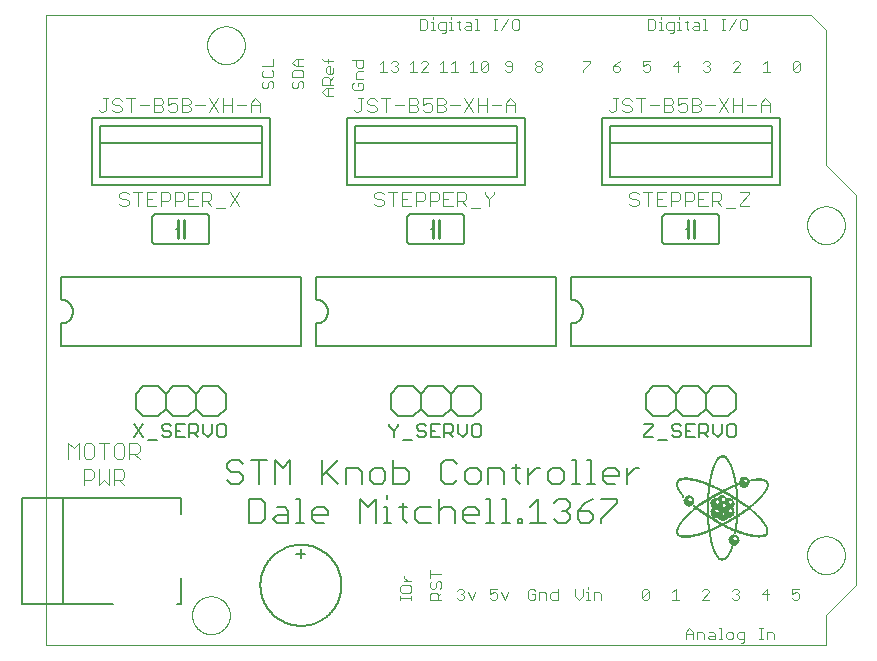
<source format=gto>
G75*
%MOIN*%
%OFA0B0*%
%FSLAX25Y25*%
%IPPOS*%
%LPD*%
%AMOC8*
5,1,8,0,0,1.08239X$1,22.5*
%
%ADD10C,0.00700*%
%ADD11C,0.00000*%
%ADD12C,0.00600*%
%ADD13C,0.00500*%
%ADD14C,0.00400*%
%ADD15C,0.00300*%
%ADD16C,0.01000*%
%ADD17R,0.00830X0.00118*%
%ADD18R,0.01530X0.00117*%
%ADD19R,0.02000X0.00118*%
%ADD20R,0.02470X0.00118*%
%ADD21R,0.02710X0.00117*%
%ADD22R,0.01180X0.00118*%
%ADD23R,0.01290X0.00118*%
%ADD24R,0.00940X0.00118*%
%ADD25R,0.00820X0.00117*%
%ADD26R,0.00940X0.00117*%
%ADD27R,0.00700X0.00118*%
%ADD28R,0.00950X0.00118*%
%ADD29R,0.00710X0.00118*%
%ADD30R,0.00830X0.00118*%
%ADD31R,0.00830X0.00117*%
%ADD32R,0.00820X0.00118*%
%ADD33R,0.00700X0.00117*%
%ADD34R,0.00710X0.00117*%
%ADD35R,0.00710X0.00117*%
%ADD36R,0.00700X0.00117*%
%ADD37R,0.00710X0.00118*%
%ADD38R,0.00700X0.00118*%
%ADD39R,0.00590X0.00117*%
%ADD40R,0.00590X0.00118*%
%ADD41R,0.00590X0.00118*%
%ADD42R,0.00580X0.00118*%
%ADD43R,0.00580X0.00117*%
%ADD44R,0.00580X0.00118*%
%ADD45R,0.00590X0.00117*%
%ADD46R,0.00350X0.00118*%
%ADD47R,0.00470X0.00118*%
%ADD48R,0.01410X0.00118*%
%ADD49R,0.01890X0.00117*%
%ADD50R,0.02110X0.00118*%
%ADD51R,0.02350X0.00118*%
%ADD52R,0.02590X0.00117*%
%ADD53R,0.02830X0.00118*%
%ADD54R,0.03050X0.00118*%
%ADD55R,0.03050X0.00117*%
%ADD56R,0.03290X0.00118*%
%ADD57R,0.03290X0.00117*%
%ADD58R,0.03410X0.00118*%
%ADD59R,0.03530X0.00118*%
%ADD60R,0.03530X0.00117*%
%ADD61R,0.01880X0.00118*%
%ADD62R,0.01060X0.00118*%
%ADD63R,0.01770X0.00117*%
%ADD64R,0.00940X0.00117*%
%ADD65R,0.01650X0.00118*%
%ADD66R,0.01650X0.00117*%
%ADD67R,0.01530X0.00118*%
%ADD68R,0.01060X0.00117*%
%ADD69R,0.01530X0.00117*%
%ADD70R,0.03180X0.00118*%
%ADD71R,0.01640X0.00118*%
%ADD72R,0.04110X0.00118*%
%ADD73R,0.02940X0.00118*%
%ADD74R,0.04940X0.00117*%
%ADD75R,0.02590X0.00117*%
%ADD76R,0.04120X0.00117*%
%ADD77R,0.05650X0.00118*%
%ADD78R,0.00590X0.00118*%
%ADD79R,0.02350X0.00118*%
%ADD80R,0.05060X0.00118*%
%ADD81R,0.06350X0.00117*%
%ADD82R,0.02110X0.00117*%
%ADD83R,0.05760X0.00117*%
%ADD84R,0.01770X0.00118*%
%ADD85R,0.06350X0.00118*%
%ADD86R,0.02590X0.00118*%
%ADD87R,0.01290X0.00118*%
%ADD88R,0.02820X0.00118*%
%ADD89R,0.02470X0.00117*%
%ADD90R,0.00120X0.00117*%
%ADD91R,0.02470X0.00117*%
%ADD92R,0.01170X0.00117*%
%ADD93R,0.02240X0.00118*%
%ADD94R,0.00820X0.00118*%
%ADD95R,0.02120X0.00118*%
%ADD96R,0.02230X0.00118*%
%ADD97R,0.02120X0.00117*%
%ADD98R,0.00590X0.00117*%
%ADD99R,0.02110X0.00117*%
%ADD100R,0.01880X0.00117*%
%ADD101R,0.02000X0.00117*%
%ADD102R,0.01890X0.00118*%
%ADD103R,0.01760X0.00118*%
%ADD104R,0.01650X0.00117*%
%ADD105R,0.01530X0.00118*%
%ADD106R,0.01770X0.00118*%
%ADD107R,0.01760X0.00117*%
%ADD108R,0.02000X0.00117*%
%ADD109R,0.01420X0.00117*%
%ADD110R,0.01410X0.00117*%
%ADD111R,0.01420X0.00118*%
%ADD112R,0.01300X0.00117*%
%ADD113R,0.01420X0.00118*%
%ADD114R,0.01300X0.00118*%
%ADD115R,0.01290X0.00117*%
%ADD116R,0.01770X0.00118*%
%ADD117R,0.01410X0.00117*%
%ADD118R,0.00580X0.00117*%
%ADD119R,0.01650X0.00118*%
%ADD120R,0.02120X0.00117*%
%ADD121R,0.02470X0.00118*%
%ADD122R,0.00820X0.00117*%
%ADD123R,0.01180X0.00117*%
%ADD124R,0.01170X0.00118*%
%ADD125R,0.02240X0.00117*%
%ADD126R,0.02700X0.00118*%
%ADD127R,0.00830X0.00117*%
%ADD128R,0.01060X0.00117*%
%ADD129R,0.02940X0.00117*%
%ADD130R,0.01180X0.00117*%
%ADD131R,0.00820X0.00117*%
%ADD132R,0.01170X0.00118*%
%ADD133R,0.03060X0.00118*%
%ADD134R,0.01760X0.00118*%
%ADD135R,0.00820X0.00118*%
%ADD136R,0.03180X0.00117*%
%ADD137R,0.03420X0.00118*%
%ADD138R,0.05770X0.00118*%
%ADD139R,0.06230X0.00117*%
%ADD140R,0.06590X0.00118*%
%ADD141R,0.06820X0.00118*%
%ADD142R,0.07060X0.00117*%
%ADD143R,0.04000X0.00118*%
%ADD144R,0.03880X0.00118*%
%ADD145R,0.03060X0.00118*%
%ADD146R,0.01640X0.00117*%
%ADD147R,0.03880X0.00117*%
%ADD148R,0.03180X0.00117*%
%ADD149R,0.03760X0.00118*%
%ADD150R,0.03300X0.00118*%
%ADD151R,0.01170X0.00117*%
%ADD152R,0.01050X0.00118*%
%ADD153R,0.00940X0.00118*%
%ADD154R,0.03640X0.00118*%
%ADD155R,0.00950X0.00117*%
%ADD156R,0.01170X0.00117*%
%ADD157R,0.07880X0.00117*%
%ADD158R,0.00940X0.00118*%
%ADD159R,0.01060X0.00118*%
%ADD160R,0.01880X0.00118*%
%ADD161R,0.04000X0.00118*%
%ADD162R,0.01050X0.00118*%
%ADD163R,0.00940X0.00117*%
%ADD164R,0.01770X0.00117*%
%ADD165R,0.03530X0.00117*%
%ADD166R,0.00940X0.00117*%
%ADD167R,0.03290X0.00117*%
%ADD168R,0.03770X0.00118*%
%ADD169R,0.03890X0.00118*%
%ADD170R,0.01760X0.00117*%
%ADD171R,0.07180X0.00117*%
%ADD172R,0.06940X0.00118*%
%ADD173R,0.06580X0.00118*%
%ADD174R,0.06700X0.00117*%
%ADD175R,0.03650X0.00118*%
%ADD176R,0.03650X0.00117*%
%ADD177R,0.02470X0.00117*%
%ADD178R,0.00820X0.00118*%
%ADD179R,0.00950X0.00118*%
%ADD180R,0.03760X0.00118*%
%ADD181R,0.02590X0.00118*%
%ADD182R,0.00470X0.00117*%
%ADD183R,0.03640X0.00117*%
%ADD184R,0.02590X0.00117*%
%ADD185R,0.00240X0.00118*%
%ADD186R,0.02710X0.00118*%
%ADD187R,0.04000X0.00117*%
%ADD188R,0.02950X0.00118*%
%ADD189R,0.04240X0.00118*%
%ADD190R,0.03060X0.00117*%
%ADD191R,0.03890X0.00117*%
%ADD192R,0.01050X0.00117*%
%ADD193R,0.03170X0.00118*%
%ADD194R,0.03290X0.00118*%
%ADD195R,0.03290X0.00118*%
%ADD196R,0.03410X0.00117*%
%ADD197R,0.00820X0.00117*%
%ADD198R,0.01640X0.00117*%
%ADD199R,0.01420X0.00117*%
%ADD200R,0.01300X0.00117*%
%ADD201R,0.01410X0.00118*%
%ADD202R,0.01180X0.00118*%
%ADD203R,0.02590X0.00118*%
%ADD204R,0.03060X0.00117*%
%ADD205R,0.02940X0.00118*%
%ADD206R,0.02950X0.00117*%
%ADD207R,0.02940X0.00117*%
%ADD208R,0.00230X0.00118*%
%ADD209R,0.02590X0.00118*%
%ADD210R,0.02230X0.00117*%
%ADD211R,0.00470X0.00117*%
%ADD212R,0.01290X0.00118*%
%ADD213R,0.01290X0.00117*%
%ADD214R,0.01420X0.00118*%
%ADD215R,0.01640X0.00118*%
%ADD216R,0.03170X0.00117*%
%ADD217R,0.03170X0.00118*%
%ADD218R,0.01770X0.00117*%
%ADD219R,0.00240X0.00117*%
%ADD220R,0.01770X0.00117*%
%ADD221R,0.00590X0.00117*%
%ADD222R,0.00590X0.00118*%
%ADD223R,0.02000X0.00118*%
%ADD224R,0.01880X0.00117*%
%ADD225R,0.05060X0.00118*%
%ADD226R,0.02350X0.00117*%
%ADD227R,0.04830X0.00117*%
%ADD228R,0.04590X0.00118*%
%ADD229R,0.05180X0.00118*%
%ADD230R,0.03770X0.00118*%
%ADD231R,0.04470X0.00117*%
D10*
X0077010Y0045850D02*
X0080963Y0045850D01*
X0082281Y0047168D01*
X0082281Y0052439D01*
X0080963Y0053757D01*
X0077010Y0053757D01*
X0077010Y0045850D01*
X0084929Y0047168D02*
X0086246Y0048486D01*
X0090200Y0048486D01*
X0090200Y0049803D02*
X0090200Y0045850D01*
X0086246Y0045850D01*
X0084929Y0047168D01*
X0086246Y0051121D02*
X0088882Y0051121D01*
X0090200Y0049803D01*
X0092847Y0045850D02*
X0095483Y0045850D01*
X0094165Y0045850D02*
X0094165Y0053757D01*
X0092847Y0053757D01*
X0098126Y0049803D02*
X0099444Y0051121D01*
X0102080Y0051121D01*
X0103398Y0049803D01*
X0103398Y0048486D01*
X0098126Y0048486D01*
X0098126Y0049803D02*
X0098126Y0047168D01*
X0099444Y0045850D01*
X0102080Y0045850D01*
X0113964Y0045850D02*
X0113964Y0053757D01*
X0116600Y0051121D01*
X0119235Y0053757D01*
X0119235Y0045850D01*
X0121883Y0045850D02*
X0124518Y0045850D01*
X0123201Y0045850D02*
X0123201Y0051121D01*
X0121883Y0051121D01*
X0123201Y0053757D02*
X0123201Y0055075D01*
X0125182Y0058750D02*
X0129136Y0058750D01*
X0130453Y0060068D01*
X0130453Y0062703D01*
X0129136Y0064021D01*
X0125182Y0064021D01*
X0125182Y0066657D02*
X0125182Y0058750D01*
X0122535Y0060068D02*
X0122535Y0062703D01*
X0121217Y0064021D01*
X0118581Y0064021D01*
X0117263Y0062703D01*
X0117263Y0060068D01*
X0118581Y0058750D01*
X0121217Y0058750D01*
X0122535Y0060068D01*
X0114616Y0058750D02*
X0114616Y0062703D01*
X0113298Y0064021D01*
X0109345Y0064021D01*
X0109345Y0058750D01*
X0106697Y0058750D02*
X0102744Y0062703D01*
X0101426Y0061386D02*
X0106697Y0066657D01*
X0101426Y0066657D02*
X0101426Y0058750D01*
X0090860Y0058750D02*
X0090860Y0066657D01*
X0088224Y0064021D01*
X0085588Y0066657D01*
X0085588Y0058750D01*
X0080305Y0058750D02*
X0080305Y0066657D01*
X0077670Y0066657D02*
X0082941Y0066657D01*
X0075022Y0065339D02*
X0073704Y0066657D01*
X0071069Y0066657D01*
X0069751Y0065339D01*
X0069751Y0064021D01*
X0071069Y0062703D01*
X0073704Y0062703D01*
X0075022Y0061386D01*
X0075022Y0060068D01*
X0073704Y0058750D01*
X0071069Y0058750D01*
X0069751Y0060068D01*
X0127162Y0051121D02*
X0129797Y0051121D01*
X0128480Y0052439D02*
X0128480Y0047168D01*
X0129797Y0045850D01*
X0132441Y0047168D02*
X0132441Y0049803D01*
X0133759Y0051121D01*
X0137712Y0051121D01*
X0140360Y0049803D02*
X0141678Y0051121D01*
X0144313Y0051121D01*
X0145631Y0049803D01*
X0145631Y0045850D01*
X0148279Y0047168D02*
X0148279Y0049803D01*
X0149596Y0051121D01*
X0152232Y0051121D01*
X0153550Y0049803D01*
X0153550Y0048486D01*
X0148279Y0048486D01*
X0148279Y0047168D02*
X0149596Y0045850D01*
X0152232Y0045850D01*
X0156197Y0045850D02*
X0158833Y0045850D01*
X0157515Y0045850D02*
X0157515Y0053757D01*
X0156197Y0053757D01*
X0161477Y0053757D02*
X0162794Y0053757D01*
X0162794Y0045850D01*
X0161477Y0045850D02*
X0164112Y0045850D01*
X0166756Y0045850D02*
X0168073Y0045850D01*
X0168073Y0047168D01*
X0166756Y0047168D01*
X0166756Y0045850D01*
X0170715Y0045850D02*
X0175986Y0045850D01*
X0173351Y0045850D02*
X0173351Y0053757D01*
X0170715Y0051121D01*
X0178634Y0052439D02*
X0179952Y0053757D01*
X0182587Y0053757D01*
X0183905Y0052439D01*
X0183905Y0051121D01*
X0182587Y0049803D01*
X0183905Y0048486D01*
X0183905Y0047168D01*
X0182587Y0045850D01*
X0179952Y0045850D01*
X0178634Y0047168D01*
X0181269Y0049803D02*
X0182587Y0049803D01*
X0186553Y0049803D02*
X0186553Y0047168D01*
X0187870Y0045850D01*
X0190506Y0045850D01*
X0191824Y0047168D01*
X0191824Y0048486D01*
X0190506Y0049803D01*
X0186553Y0049803D01*
X0189188Y0052439D01*
X0191824Y0053757D01*
X0194471Y0053757D02*
X0199743Y0053757D01*
X0199743Y0052439D01*
X0194471Y0047168D01*
X0194471Y0045850D01*
X0196449Y0058750D02*
X0195131Y0060068D01*
X0195131Y0062703D01*
X0196449Y0064021D01*
X0199085Y0064021D01*
X0200402Y0062703D01*
X0200402Y0061386D01*
X0195131Y0061386D01*
X0196449Y0058750D02*
X0199085Y0058750D01*
X0203050Y0058750D02*
X0203050Y0064021D01*
X0203050Y0061386D02*
X0205686Y0064021D01*
X0207003Y0064021D01*
X0192488Y0058750D02*
X0189852Y0058750D01*
X0191170Y0058750D02*
X0191170Y0066657D01*
X0189852Y0066657D01*
X0185891Y0066657D02*
X0185891Y0058750D01*
X0184573Y0058750D02*
X0187209Y0058750D01*
X0181925Y0060068D02*
X0181925Y0062703D01*
X0180608Y0064021D01*
X0177972Y0064021D01*
X0176654Y0062703D01*
X0176654Y0060068D01*
X0177972Y0058750D01*
X0180608Y0058750D01*
X0181925Y0060068D01*
X0184573Y0066657D02*
X0185891Y0066657D01*
X0174009Y0064021D02*
X0172691Y0064021D01*
X0170055Y0061386D01*
X0170055Y0064021D02*
X0170055Y0058750D01*
X0167412Y0058750D02*
X0166094Y0060068D01*
X0166094Y0065339D01*
X0164776Y0064021D02*
X0167412Y0064021D01*
X0162128Y0062703D02*
X0162128Y0058750D01*
X0162128Y0062703D02*
X0160811Y0064021D01*
X0156857Y0064021D01*
X0156857Y0058750D01*
X0154210Y0060068D02*
X0154210Y0062703D01*
X0152892Y0064021D01*
X0150256Y0064021D01*
X0148939Y0062703D01*
X0148939Y0060068D01*
X0150256Y0058750D01*
X0152892Y0058750D01*
X0154210Y0060068D01*
X0146291Y0060068D02*
X0144973Y0058750D01*
X0142338Y0058750D01*
X0141020Y0060068D01*
X0141020Y0065339D01*
X0142338Y0066657D01*
X0144973Y0066657D01*
X0146291Y0065339D01*
X0140360Y0053757D02*
X0140360Y0045850D01*
X0137712Y0045850D02*
X0133759Y0045850D01*
X0132441Y0047168D01*
D11*
X0009350Y0005000D02*
X0269350Y0005000D01*
X0269350Y0015000D01*
X0279350Y0025000D01*
X0279350Y0155000D01*
X0269350Y0165000D01*
X0269350Y0210000D01*
X0264350Y0215000D01*
X0009350Y0215000D01*
X0009350Y0005000D01*
X0058051Y0015000D02*
X0058053Y0015158D01*
X0058059Y0015316D01*
X0058069Y0015474D01*
X0058083Y0015632D01*
X0058101Y0015789D01*
X0058122Y0015946D01*
X0058148Y0016102D01*
X0058178Y0016258D01*
X0058211Y0016413D01*
X0058249Y0016566D01*
X0058290Y0016719D01*
X0058335Y0016871D01*
X0058384Y0017022D01*
X0058437Y0017171D01*
X0058493Y0017319D01*
X0058553Y0017465D01*
X0058617Y0017610D01*
X0058685Y0017753D01*
X0058756Y0017895D01*
X0058830Y0018035D01*
X0058908Y0018172D01*
X0058990Y0018308D01*
X0059074Y0018442D01*
X0059163Y0018573D01*
X0059254Y0018702D01*
X0059349Y0018829D01*
X0059446Y0018954D01*
X0059547Y0019076D01*
X0059651Y0019195D01*
X0059758Y0019312D01*
X0059868Y0019426D01*
X0059981Y0019537D01*
X0060096Y0019646D01*
X0060214Y0019751D01*
X0060335Y0019853D01*
X0060458Y0019953D01*
X0060584Y0020049D01*
X0060712Y0020142D01*
X0060842Y0020232D01*
X0060975Y0020318D01*
X0061110Y0020402D01*
X0061246Y0020481D01*
X0061385Y0020558D01*
X0061526Y0020630D01*
X0061668Y0020700D01*
X0061812Y0020765D01*
X0061958Y0020827D01*
X0062105Y0020885D01*
X0062254Y0020940D01*
X0062404Y0020991D01*
X0062555Y0021038D01*
X0062707Y0021081D01*
X0062860Y0021120D01*
X0063015Y0021156D01*
X0063170Y0021187D01*
X0063326Y0021215D01*
X0063482Y0021239D01*
X0063639Y0021259D01*
X0063797Y0021275D01*
X0063954Y0021287D01*
X0064113Y0021295D01*
X0064271Y0021299D01*
X0064429Y0021299D01*
X0064587Y0021295D01*
X0064746Y0021287D01*
X0064903Y0021275D01*
X0065061Y0021259D01*
X0065218Y0021239D01*
X0065374Y0021215D01*
X0065530Y0021187D01*
X0065685Y0021156D01*
X0065840Y0021120D01*
X0065993Y0021081D01*
X0066145Y0021038D01*
X0066296Y0020991D01*
X0066446Y0020940D01*
X0066595Y0020885D01*
X0066742Y0020827D01*
X0066888Y0020765D01*
X0067032Y0020700D01*
X0067174Y0020630D01*
X0067315Y0020558D01*
X0067454Y0020481D01*
X0067590Y0020402D01*
X0067725Y0020318D01*
X0067858Y0020232D01*
X0067988Y0020142D01*
X0068116Y0020049D01*
X0068242Y0019953D01*
X0068365Y0019853D01*
X0068486Y0019751D01*
X0068604Y0019646D01*
X0068719Y0019537D01*
X0068832Y0019426D01*
X0068942Y0019312D01*
X0069049Y0019195D01*
X0069153Y0019076D01*
X0069254Y0018954D01*
X0069351Y0018829D01*
X0069446Y0018702D01*
X0069537Y0018573D01*
X0069626Y0018442D01*
X0069710Y0018308D01*
X0069792Y0018172D01*
X0069870Y0018035D01*
X0069944Y0017895D01*
X0070015Y0017753D01*
X0070083Y0017610D01*
X0070147Y0017465D01*
X0070207Y0017319D01*
X0070263Y0017171D01*
X0070316Y0017022D01*
X0070365Y0016871D01*
X0070410Y0016719D01*
X0070451Y0016566D01*
X0070489Y0016413D01*
X0070522Y0016258D01*
X0070552Y0016102D01*
X0070578Y0015946D01*
X0070599Y0015789D01*
X0070617Y0015632D01*
X0070631Y0015474D01*
X0070641Y0015316D01*
X0070647Y0015158D01*
X0070649Y0015000D01*
X0070647Y0014842D01*
X0070641Y0014684D01*
X0070631Y0014526D01*
X0070617Y0014368D01*
X0070599Y0014211D01*
X0070578Y0014054D01*
X0070552Y0013898D01*
X0070522Y0013742D01*
X0070489Y0013587D01*
X0070451Y0013434D01*
X0070410Y0013281D01*
X0070365Y0013129D01*
X0070316Y0012978D01*
X0070263Y0012829D01*
X0070207Y0012681D01*
X0070147Y0012535D01*
X0070083Y0012390D01*
X0070015Y0012247D01*
X0069944Y0012105D01*
X0069870Y0011965D01*
X0069792Y0011828D01*
X0069710Y0011692D01*
X0069626Y0011558D01*
X0069537Y0011427D01*
X0069446Y0011298D01*
X0069351Y0011171D01*
X0069254Y0011046D01*
X0069153Y0010924D01*
X0069049Y0010805D01*
X0068942Y0010688D01*
X0068832Y0010574D01*
X0068719Y0010463D01*
X0068604Y0010354D01*
X0068486Y0010249D01*
X0068365Y0010147D01*
X0068242Y0010047D01*
X0068116Y0009951D01*
X0067988Y0009858D01*
X0067858Y0009768D01*
X0067725Y0009682D01*
X0067590Y0009598D01*
X0067454Y0009519D01*
X0067315Y0009442D01*
X0067174Y0009370D01*
X0067032Y0009300D01*
X0066888Y0009235D01*
X0066742Y0009173D01*
X0066595Y0009115D01*
X0066446Y0009060D01*
X0066296Y0009009D01*
X0066145Y0008962D01*
X0065993Y0008919D01*
X0065840Y0008880D01*
X0065685Y0008844D01*
X0065530Y0008813D01*
X0065374Y0008785D01*
X0065218Y0008761D01*
X0065061Y0008741D01*
X0064903Y0008725D01*
X0064746Y0008713D01*
X0064587Y0008705D01*
X0064429Y0008701D01*
X0064271Y0008701D01*
X0064113Y0008705D01*
X0063954Y0008713D01*
X0063797Y0008725D01*
X0063639Y0008741D01*
X0063482Y0008761D01*
X0063326Y0008785D01*
X0063170Y0008813D01*
X0063015Y0008844D01*
X0062860Y0008880D01*
X0062707Y0008919D01*
X0062555Y0008962D01*
X0062404Y0009009D01*
X0062254Y0009060D01*
X0062105Y0009115D01*
X0061958Y0009173D01*
X0061812Y0009235D01*
X0061668Y0009300D01*
X0061526Y0009370D01*
X0061385Y0009442D01*
X0061246Y0009519D01*
X0061110Y0009598D01*
X0060975Y0009682D01*
X0060842Y0009768D01*
X0060712Y0009858D01*
X0060584Y0009951D01*
X0060458Y0010047D01*
X0060335Y0010147D01*
X0060214Y0010249D01*
X0060096Y0010354D01*
X0059981Y0010463D01*
X0059868Y0010574D01*
X0059758Y0010688D01*
X0059651Y0010805D01*
X0059547Y0010924D01*
X0059446Y0011046D01*
X0059349Y0011171D01*
X0059254Y0011298D01*
X0059163Y0011427D01*
X0059074Y0011558D01*
X0058990Y0011692D01*
X0058908Y0011828D01*
X0058830Y0011965D01*
X0058756Y0012105D01*
X0058685Y0012247D01*
X0058617Y0012390D01*
X0058553Y0012535D01*
X0058493Y0012681D01*
X0058437Y0012829D01*
X0058384Y0012978D01*
X0058335Y0013129D01*
X0058290Y0013281D01*
X0058249Y0013434D01*
X0058211Y0013587D01*
X0058178Y0013742D01*
X0058148Y0013898D01*
X0058122Y0014054D01*
X0058101Y0014211D01*
X0058083Y0014368D01*
X0058069Y0014526D01*
X0058059Y0014684D01*
X0058053Y0014842D01*
X0058051Y0015000D01*
X0263051Y0035000D02*
X0263053Y0035158D01*
X0263059Y0035316D01*
X0263069Y0035474D01*
X0263083Y0035632D01*
X0263101Y0035789D01*
X0263122Y0035946D01*
X0263148Y0036102D01*
X0263178Y0036258D01*
X0263211Y0036413D01*
X0263249Y0036566D01*
X0263290Y0036719D01*
X0263335Y0036871D01*
X0263384Y0037022D01*
X0263437Y0037171D01*
X0263493Y0037319D01*
X0263553Y0037465D01*
X0263617Y0037610D01*
X0263685Y0037753D01*
X0263756Y0037895D01*
X0263830Y0038035D01*
X0263908Y0038172D01*
X0263990Y0038308D01*
X0264074Y0038442D01*
X0264163Y0038573D01*
X0264254Y0038702D01*
X0264349Y0038829D01*
X0264446Y0038954D01*
X0264547Y0039076D01*
X0264651Y0039195D01*
X0264758Y0039312D01*
X0264868Y0039426D01*
X0264981Y0039537D01*
X0265096Y0039646D01*
X0265214Y0039751D01*
X0265335Y0039853D01*
X0265458Y0039953D01*
X0265584Y0040049D01*
X0265712Y0040142D01*
X0265842Y0040232D01*
X0265975Y0040318D01*
X0266110Y0040402D01*
X0266246Y0040481D01*
X0266385Y0040558D01*
X0266526Y0040630D01*
X0266668Y0040700D01*
X0266812Y0040765D01*
X0266958Y0040827D01*
X0267105Y0040885D01*
X0267254Y0040940D01*
X0267404Y0040991D01*
X0267555Y0041038D01*
X0267707Y0041081D01*
X0267860Y0041120D01*
X0268015Y0041156D01*
X0268170Y0041187D01*
X0268326Y0041215D01*
X0268482Y0041239D01*
X0268639Y0041259D01*
X0268797Y0041275D01*
X0268954Y0041287D01*
X0269113Y0041295D01*
X0269271Y0041299D01*
X0269429Y0041299D01*
X0269587Y0041295D01*
X0269746Y0041287D01*
X0269903Y0041275D01*
X0270061Y0041259D01*
X0270218Y0041239D01*
X0270374Y0041215D01*
X0270530Y0041187D01*
X0270685Y0041156D01*
X0270840Y0041120D01*
X0270993Y0041081D01*
X0271145Y0041038D01*
X0271296Y0040991D01*
X0271446Y0040940D01*
X0271595Y0040885D01*
X0271742Y0040827D01*
X0271888Y0040765D01*
X0272032Y0040700D01*
X0272174Y0040630D01*
X0272315Y0040558D01*
X0272454Y0040481D01*
X0272590Y0040402D01*
X0272725Y0040318D01*
X0272858Y0040232D01*
X0272988Y0040142D01*
X0273116Y0040049D01*
X0273242Y0039953D01*
X0273365Y0039853D01*
X0273486Y0039751D01*
X0273604Y0039646D01*
X0273719Y0039537D01*
X0273832Y0039426D01*
X0273942Y0039312D01*
X0274049Y0039195D01*
X0274153Y0039076D01*
X0274254Y0038954D01*
X0274351Y0038829D01*
X0274446Y0038702D01*
X0274537Y0038573D01*
X0274626Y0038442D01*
X0274710Y0038308D01*
X0274792Y0038172D01*
X0274870Y0038035D01*
X0274944Y0037895D01*
X0275015Y0037753D01*
X0275083Y0037610D01*
X0275147Y0037465D01*
X0275207Y0037319D01*
X0275263Y0037171D01*
X0275316Y0037022D01*
X0275365Y0036871D01*
X0275410Y0036719D01*
X0275451Y0036566D01*
X0275489Y0036413D01*
X0275522Y0036258D01*
X0275552Y0036102D01*
X0275578Y0035946D01*
X0275599Y0035789D01*
X0275617Y0035632D01*
X0275631Y0035474D01*
X0275641Y0035316D01*
X0275647Y0035158D01*
X0275649Y0035000D01*
X0275647Y0034842D01*
X0275641Y0034684D01*
X0275631Y0034526D01*
X0275617Y0034368D01*
X0275599Y0034211D01*
X0275578Y0034054D01*
X0275552Y0033898D01*
X0275522Y0033742D01*
X0275489Y0033587D01*
X0275451Y0033434D01*
X0275410Y0033281D01*
X0275365Y0033129D01*
X0275316Y0032978D01*
X0275263Y0032829D01*
X0275207Y0032681D01*
X0275147Y0032535D01*
X0275083Y0032390D01*
X0275015Y0032247D01*
X0274944Y0032105D01*
X0274870Y0031965D01*
X0274792Y0031828D01*
X0274710Y0031692D01*
X0274626Y0031558D01*
X0274537Y0031427D01*
X0274446Y0031298D01*
X0274351Y0031171D01*
X0274254Y0031046D01*
X0274153Y0030924D01*
X0274049Y0030805D01*
X0273942Y0030688D01*
X0273832Y0030574D01*
X0273719Y0030463D01*
X0273604Y0030354D01*
X0273486Y0030249D01*
X0273365Y0030147D01*
X0273242Y0030047D01*
X0273116Y0029951D01*
X0272988Y0029858D01*
X0272858Y0029768D01*
X0272725Y0029682D01*
X0272590Y0029598D01*
X0272454Y0029519D01*
X0272315Y0029442D01*
X0272174Y0029370D01*
X0272032Y0029300D01*
X0271888Y0029235D01*
X0271742Y0029173D01*
X0271595Y0029115D01*
X0271446Y0029060D01*
X0271296Y0029009D01*
X0271145Y0028962D01*
X0270993Y0028919D01*
X0270840Y0028880D01*
X0270685Y0028844D01*
X0270530Y0028813D01*
X0270374Y0028785D01*
X0270218Y0028761D01*
X0270061Y0028741D01*
X0269903Y0028725D01*
X0269746Y0028713D01*
X0269587Y0028705D01*
X0269429Y0028701D01*
X0269271Y0028701D01*
X0269113Y0028705D01*
X0268954Y0028713D01*
X0268797Y0028725D01*
X0268639Y0028741D01*
X0268482Y0028761D01*
X0268326Y0028785D01*
X0268170Y0028813D01*
X0268015Y0028844D01*
X0267860Y0028880D01*
X0267707Y0028919D01*
X0267555Y0028962D01*
X0267404Y0029009D01*
X0267254Y0029060D01*
X0267105Y0029115D01*
X0266958Y0029173D01*
X0266812Y0029235D01*
X0266668Y0029300D01*
X0266526Y0029370D01*
X0266385Y0029442D01*
X0266246Y0029519D01*
X0266110Y0029598D01*
X0265975Y0029682D01*
X0265842Y0029768D01*
X0265712Y0029858D01*
X0265584Y0029951D01*
X0265458Y0030047D01*
X0265335Y0030147D01*
X0265214Y0030249D01*
X0265096Y0030354D01*
X0264981Y0030463D01*
X0264868Y0030574D01*
X0264758Y0030688D01*
X0264651Y0030805D01*
X0264547Y0030924D01*
X0264446Y0031046D01*
X0264349Y0031171D01*
X0264254Y0031298D01*
X0264163Y0031427D01*
X0264074Y0031558D01*
X0263990Y0031692D01*
X0263908Y0031828D01*
X0263830Y0031965D01*
X0263756Y0032105D01*
X0263685Y0032247D01*
X0263617Y0032390D01*
X0263553Y0032535D01*
X0263493Y0032681D01*
X0263437Y0032829D01*
X0263384Y0032978D01*
X0263335Y0033129D01*
X0263290Y0033281D01*
X0263249Y0033434D01*
X0263211Y0033587D01*
X0263178Y0033742D01*
X0263148Y0033898D01*
X0263122Y0034054D01*
X0263101Y0034211D01*
X0263083Y0034368D01*
X0263069Y0034526D01*
X0263059Y0034684D01*
X0263053Y0034842D01*
X0263051Y0035000D01*
X0263051Y0145000D02*
X0263053Y0145158D01*
X0263059Y0145316D01*
X0263069Y0145474D01*
X0263083Y0145632D01*
X0263101Y0145789D01*
X0263122Y0145946D01*
X0263148Y0146102D01*
X0263178Y0146258D01*
X0263211Y0146413D01*
X0263249Y0146566D01*
X0263290Y0146719D01*
X0263335Y0146871D01*
X0263384Y0147022D01*
X0263437Y0147171D01*
X0263493Y0147319D01*
X0263553Y0147465D01*
X0263617Y0147610D01*
X0263685Y0147753D01*
X0263756Y0147895D01*
X0263830Y0148035D01*
X0263908Y0148172D01*
X0263990Y0148308D01*
X0264074Y0148442D01*
X0264163Y0148573D01*
X0264254Y0148702D01*
X0264349Y0148829D01*
X0264446Y0148954D01*
X0264547Y0149076D01*
X0264651Y0149195D01*
X0264758Y0149312D01*
X0264868Y0149426D01*
X0264981Y0149537D01*
X0265096Y0149646D01*
X0265214Y0149751D01*
X0265335Y0149853D01*
X0265458Y0149953D01*
X0265584Y0150049D01*
X0265712Y0150142D01*
X0265842Y0150232D01*
X0265975Y0150318D01*
X0266110Y0150402D01*
X0266246Y0150481D01*
X0266385Y0150558D01*
X0266526Y0150630D01*
X0266668Y0150700D01*
X0266812Y0150765D01*
X0266958Y0150827D01*
X0267105Y0150885D01*
X0267254Y0150940D01*
X0267404Y0150991D01*
X0267555Y0151038D01*
X0267707Y0151081D01*
X0267860Y0151120D01*
X0268015Y0151156D01*
X0268170Y0151187D01*
X0268326Y0151215D01*
X0268482Y0151239D01*
X0268639Y0151259D01*
X0268797Y0151275D01*
X0268954Y0151287D01*
X0269113Y0151295D01*
X0269271Y0151299D01*
X0269429Y0151299D01*
X0269587Y0151295D01*
X0269746Y0151287D01*
X0269903Y0151275D01*
X0270061Y0151259D01*
X0270218Y0151239D01*
X0270374Y0151215D01*
X0270530Y0151187D01*
X0270685Y0151156D01*
X0270840Y0151120D01*
X0270993Y0151081D01*
X0271145Y0151038D01*
X0271296Y0150991D01*
X0271446Y0150940D01*
X0271595Y0150885D01*
X0271742Y0150827D01*
X0271888Y0150765D01*
X0272032Y0150700D01*
X0272174Y0150630D01*
X0272315Y0150558D01*
X0272454Y0150481D01*
X0272590Y0150402D01*
X0272725Y0150318D01*
X0272858Y0150232D01*
X0272988Y0150142D01*
X0273116Y0150049D01*
X0273242Y0149953D01*
X0273365Y0149853D01*
X0273486Y0149751D01*
X0273604Y0149646D01*
X0273719Y0149537D01*
X0273832Y0149426D01*
X0273942Y0149312D01*
X0274049Y0149195D01*
X0274153Y0149076D01*
X0274254Y0148954D01*
X0274351Y0148829D01*
X0274446Y0148702D01*
X0274537Y0148573D01*
X0274626Y0148442D01*
X0274710Y0148308D01*
X0274792Y0148172D01*
X0274870Y0148035D01*
X0274944Y0147895D01*
X0275015Y0147753D01*
X0275083Y0147610D01*
X0275147Y0147465D01*
X0275207Y0147319D01*
X0275263Y0147171D01*
X0275316Y0147022D01*
X0275365Y0146871D01*
X0275410Y0146719D01*
X0275451Y0146566D01*
X0275489Y0146413D01*
X0275522Y0146258D01*
X0275552Y0146102D01*
X0275578Y0145946D01*
X0275599Y0145789D01*
X0275617Y0145632D01*
X0275631Y0145474D01*
X0275641Y0145316D01*
X0275647Y0145158D01*
X0275649Y0145000D01*
X0275647Y0144842D01*
X0275641Y0144684D01*
X0275631Y0144526D01*
X0275617Y0144368D01*
X0275599Y0144211D01*
X0275578Y0144054D01*
X0275552Y0143898D01*
X0275522Y0143742D01*
X0275489Y0143587D01*
X0275451Y0143434D01*
X0275410Y0143281D01*
X0275365Y0143129D01*
X0275316Y0142978D01*
X0275263Y0142829D01*
X0275207Y0142681D01*
X0275147Y0142535D01*
X0275083Y0142390D01*
X0275015Y0142247D01*
X0274944Y0142105D01*
X0274870Y0141965D01*
X0274792Y0141828D01*
X0274710Y0141692D01*
X0274626Y0141558D01*
X0274537Y0141427D01*
X0274446Y0141298D01*
X0274351Y0141171D01*
X0274254Y0141046D01*
X0274153Y0140924D01*
X0274049Y0140805D01*
X0273942Y0140688D01*
X0273832Y0140574D01*
X0273719Y0140463D01*
X0273604Y0140354D01*
X0273486Y0140249D01*
X0273365Y0140147D01*
X0273242Y0140047D01*
X0273116Y0139951D01*
X0272988Y0139858D01*
X0272858Y0139768D01*
X0272725Y0139682D01*
X0272590Y0139598D01*
X0272454Y0139519D01*
X0272315Y0139442D01*
X0272174Y0139370D01*
X0272032Y0139300D01*
X0271888Y0139235D01*
X0271742Y0139173D01*
X0271595Y0139115D01*
X0271446Y0139060D01*
X0271296Y0139009D01*
X0271145Y0138962D01*
X0270993Y0138919D01*
X0270840Y0138880D01*
X0270685Y0138844D01*
X0270530Y0138813D01*
X0270374Y0138785D01*
X0270218Y0138761D01*
X0270061Y0138741D01*
X0269903Y0138725D01*
X0269746Y0138713D01*
X0269587Y0138705D01*
X0269429Y0138701D01*
X0269271Y0138701D01*
X0269113Y0138705D01*
X0268954Y0138713D01*
X0268797Y0138725D01*
X0268639Y0138741D01*
X0268482Y0138761D01*
X0268326Y0138785D01*
X0268170Y0138813D01*
X0268015Y0138844D01*
X0267860Y0138880D01*
X0267707Y0138919D01*
X0267555Y0138962D01*
X0267404Y0139009D01*
X0267254Y0139060D01*
X0267105Y0139115D01*
X0266958Y0139173D01*
X0266812Y0139235D01*
X0266668Y0139300D01*
X0266526Y0139370D01*
X0266385Y0139442D01*
X0266246Y0139519D01*
X0266110Y0139598D01*
X0265975Y0139682D01*
X0265842Y0139768D01*
X0265712Y0139858D01*
X0265584Y0139951D01*
X0265458Y0140047D01*
X0265335Y0140147D01*
X0265214Y0140249D01*
X0265096Y0140354D01*
X0264981Y0140463D01*
X0264868Y0140574D01*
X0264758Y0140688D01*
X0264651Y0140805D01*
X0264547Y0140924D01*
X0264446Y0141046D01*
X0264349Y0141171D01*
X0264254Y0141298D01*
X0264163Y0141427D01*
X0264074Y0141558D01*
X0263990Y0141692D01*
X0263908Y0141828D01*
X0263830Y0141965D01*
X0263756Y0142105D01*
X0263685Y0142247D01*
X0263617Y0142390D01*
X0263553Y0142535D01*
X0263493Y0142681D01*
X0263437Y0142829D01*
X0263384Y0142978D01*
X0263335Y0143129D01*
X0263290Y0143281D01*
X0263249Y0143434D01*
X0263211Y0143587D01*
X0263178Y0143742D01*
X0263148Y0143898D01*
X0263122Y0144054D01*
X0263101Y0144211D01*
X0263083Y0144368D01*
X0263069Y0144526D01*
X0263059Y0144684D01*
X0263053Y0144842D01*
X0263051Y0145000D01*
X0063051Y0205000D02*
X0063053Y0205158D01*
X0063059Y0205316D01*
X0063069Y0205474D01*
X0063083Y0205632D01*
X0063101Y0205789D01*
X0063122Y0205946D01*
X0063148Y0206102D01*
X0063178Y0206258D01*
X0063211Y0206413D01*
X0063249Y0206566D01*
X0063290Y0206719D01*
X0063335Y0206871D01*
X0063384Y0207022D01*
X0063437Y0207171D01*
X0063493Y0207319D01*
X0063553Y0207465D01*
X0063617Y0207610D01*
X0063685Y0207753D01*
X0063756Y0207895D01*
X0063830Y0208035D01*
X0063908Y0208172D01*
X0063990Y0208308D01*
X0064074Y0208442D01*
X0064163Y0208573D01*
X0064254Y0208702D01*
X0064349Y0208829D01*
X0064446Y0208954D01*
X0064547Y0209076D01*
X0064651Y0209195D01*
X0064758Y0209312D01*
X0064868Y0209426D01*
X0064981Y0209537D01*
X0065096Y0209646D01*
X0065214Y0209751D01*
X0065335Y0209853D01*
X0065458Y0209953D01*
X0065584Y0210049D01*
X0065712Y0210142D01*
X0065842Y0210232D01*
X0065975Y0210318D01*
X0066110Y0210402D01*
X0066246Y0210481D01*
X0066385Y0210558D01*
X0066526Y0210630D01*
X0066668Y0210700D01*
X0066812Y0210765D01*
X0066958Y0210827D01*
X0067105Y0210885D01*
X0067254Y0210940D01*
X0067404Y0210991D01*
X0067555Y0211038D01*
X0067707Y0211081D01*
X0067860Y0211120D01*
X0068015Y0211156D01*
X0068170Y0211187D01*
X0068326Y0211215D01*
X0068482Y0211239D01*
X0068639Y0211259D01*
X0068797Y0211275D01*
X0068954Y0211287D01*
X0069113Y0211295D01*
X0069271Y0211299D01*
X0069429Y0211299D01*
X0069587Y0211295D01*
X0069746Y0211287D01*
X0069903Y0211275D01*
X0070061Y0211259D01*
X0070218Y0211239D01*
X0070374Y0211215D01*
X0070530Y0211187D01*
X0070685Y0211156D01*
X0070840Y0211120D01*
X0070993Y0211081D01*
X0071145Y0211038D01*
X0071296Y0210991D01*
X0071446Y0210940D01*
X0071595Y0210885D01*
X0071742Y0210827D01*
X0071888Y0210765D01*
X0072032Y0210700D01*
X0072174Y0210630D01*
X0072315Y0210558D01*
X0072454Y0210481D01*
X0072590Y0210402D01*
X0072725Y0210318D01*
X0072858Y0210232D01*
X0072988Y0210142D01*
X0073116Y0210049D01*
X0073242Y0209953D01*
X0073365Y0209853D01*
X0073486Y0209751D01*
X0073604Y0209646D01*
X0073719Y0209537D01*
X0073832Y0209426D01*
X0073942Y0209312D01*
X0074049Y0209195D01*
X0074153Y0209076D01*
X0074254Y0208954D01*
X0074351Y0208829D01*
X0074446Y0208702D01*
X0074537Y0208573D01*
X0074626Y0208442D01*
X0074710Y0208308D01*
X0074792Y0208172D01*
X0074870Y0208035D01*
X0074944Y0207895D01*
X0075015Y0207753D01*
X0075083Y0207610D01*
X0075147Y0207465D01*
X0075207Y0207319D01*
X0075263Y0207171D01*
X0075316Y0207022D01*
X0075365Y0206871D01*
X0075410Y0206719D01*
X0075451Y0206566D01*
X0075489Y0206413D01*
X0075522Y0206258D01*
X0075552Y0206102D01*
X0075578Y0205946D01*
X0075599Y0205789D01*
X0075617Y0205632D01*
X0075631Y0205474D01*
X0075641Y0205316D01*
X0075647Y0205158D01*
X0075649Y0205000D01*
X0075647Y0204842D01*
X0075641Y0204684D01*
X0075631Y0204526D01*
X0075617Y0204368D01*
X0075599Y0204211D01*
X0075578Y0204054D01*
X0075552Y0203898D01*
X0075522Y0203742D01*
X0075489Y0203587D01*
X0075451Y0203434D01*
X0075410Y0203281D01*
X0075365Y0203129D01*
X0075316Y0202978D01*
X0075263Y0202829D01*
X0075207Y0202681D01*
X0075147Y0202535D01*
X0075083Y0202390D01*
X0075015Y0202247D01*
X0074944Y0202105D01*
X0074870Y0201965D01*
X0074792Y0201828D01*
X0074710Y0201692D01*
X0074626Y0201558D01*
X0074537Y0201427D01*
X0074446Y0201298D01*
X0074351Y0201171D01*
X0074254Y0201046D01*
X0074153Y0200924D01*
X0074049Y0200805D01*
X0073942Y0200688D01*
X0073832Y0200574D01*
X0073719Y0200463D01*
X0073604Y0200354D01*
X0073486Y0200249D01*
X0073365Y0200147D01*
X0073242Y0200047D01*
X0073116Y0199951D01*
X0072988Y0199858D01*
X0072858Y0199768D01*
X0072725Y0199682D01*
X0072590Y0199598D01*
X0072454Y0199519D01*
X0072315Y0199442D01*
X0072174Y0199370D01*
X0072032Y0199300D01*
X0071888Y0199235D01*
X0071742Y0199173D01*
X0071595Y0199115D01*
X0071446Y0199060D01*
X0071296Y0199009D01*
X0071145Y0198962D01*
X0070993Y0198919D01*
X0070840Y0198880D01*
X0070685Y0198844D01*
X0070530Y0198813D01*
X0070374Y0198785D01*
X0070218Y0198761D01*
X0070061Y0198741D01*
X0069903Y0198725D01*
X0069746Y0198713D01*
X0069587Y0198705D01*
X0069429Y0198701D01*
X0069271Y0198701D01*
X0069113Y0198705D01*
X0068954Y0198713D01*
X0068797Y0198725D01*
X0068639Y0198741D01*
X0068482Y0198761D01*
X0068326Y0198785D01*
X0068170Y0198813D01*
X0068015Y0198844D01*
X0067860Y0198880D01*
X0067707Y0198919D01*
X0067555Y0198962D01*
X0067404Y0199009D01*
X0067254Y0199060D01*
X0067105Y0199115D01*
X0066958Y0199173D01*
X0066812Y0199235D01*
X0066668Y0199300D01*
X0066526Y0199370D01*
X0066385Y0199442D01*
X0066246Y0199519D01*
X0066110Y0199598D01*
X0065975Y0199682D01*
X0065842Y0199768D01*
X0065712Y0199858D01*
X0065584Y0199951D01*
X0065458Y0200047D01*
X0065335Y0200147D01*
X0065214Y0200249D01*
X0065096Y0200354D01*
X0064981Y0200463D01*
X0064868Y0200574D01*
X0064758Y0200688D01*
X0064651Y0200805D01*
X0064547Y0200924D01*
X0064446Y0201046D01*
X0064349Y0201171D01*
X0064254Y0201298D01*
X0064163Y0201427D01*
X0064074Y0201558D01*
X0063990Y0201692D01*
X0063908Y0201828D01*
X0063830Y0201965D01*
X0063756Y0202105D01*
X0063685Y0202247D01*
X0063617Y0202390D01*
X0063553Y0202535D01*
X0063493Y0202681D01*
X0063437Y0202829D01*
X0063384Y0202978D01*
X0063335Y0203129D01*
X0063290Y0203281D01*
X0063249Y0203434D01*
X0063211Y0203587D01*
X0063178Y0203742D01*
X0063148Y0203898D01*
X0063122Y0204054D01*
X0063101Y0204211D01*
X0063083Y0204368D01*
X0063069Y0204526D01*
X0063059Y0204684D01*
X0063053Y0204842D01*
X0063051Y0205000D01*
D12*
X0062850Y0148750D02*
X0045850Y0148750D01*
X0045790Y0148748D01*
X0045729Y0148743D01*
X0045670Y0148734D01*
X0045611Y0148721D01*
X0045552Y0148705D01*
X0045495Y0148685D01*
X0045440Y0148662D01*
X0045385Y0148635D01*
X0045333Y0148606D01*
X0045282Y0148573D01*
X0045233Y0148537D01*
X0045187Y0148499D01*
X0045143Y0148457D01*
X0045101Y0148413D01*
X0045063Y0148367D01*
X0045027Y0148318D01*
X0044994Y0148267D01*
X0044965Y0148215D01*
X0044938Y0148160D01*
X0044915Y0148105D01*
X0044895Y0148048D01*
X0044879Y0147989D01*
X0044866Y0147930D01*
X0044857Y0147871D01*
X0044852Y0147810D01*
X0044850Y0147750D01*
X0044850Y0139750D01*
X0044852Y0139690D01*
X0044857Y0139629D01*
X0044866Y0139570D01*
X0044879Y0139511D01*
X0044895Y0139452D01*
X0044915Y0139395D01*
X0044938Y0139340D01*
X0044965Y0139285D01*
X0044994Y0139233D01*
X0045027Y0139182D01*
X0045063Y0139133D01*
X0045101Y0139087D01*
X0045143Y0139043D01*
X0045187Y0139001D01*
X0045233Y0138963D01*
X0045282Y0138927D01*
X0045333Y0138894D01*
X0045385Y0138865D01*
X0045440Y0138838D01*
X0045495Y0138815D01*
X0045552Y0138795D01*
X0045611Y0138779D01*
X0045670Y0138766D01*
X0045729Y0138757D01*
X0045790Y0138752D01*
X0045850Y0138750D01*
X0062850Y0138750D01*
X0062910Y0138752D01*
X0062971Y0138757D01*
X0063030Y0138766D01*
X0063089Y0138779D01*
X0063148Y0138795D01*
X0063205Y0138815D01*
X0063260Y0138838D01*
X0063315Y0138865D01*
X0063367Y0138894D01*
X0063418Y0138927D01*
X0063467Y0138963D01*
X0063513Y0139001D01*
X0063557Y0139043D01*
X0063599Y0139087D01*
X0063637Y0139133D01*
X0063673Y0139182D01*
X0063706Y0139233D01*
X0063735Y0139285D01*
X0063762Y0139340D01*
X0063785Y0139395D01*
X0063805Y0139452D01*
X0063821Y0139511D01*
X0063834Y0139570D01*
X0063843Y0139629D01*
X0063848Y0139690D01*
X0063850Y0139750D01*
X0063850Y0147750D01*
X0063848Y0147810D01*
X0063843Y0147871D01*
X0063834Y0147930D01*
X0063821Y0147989D01*
X0063805Y0148048D01*
X0063785Y0148105D01*
X0063762Y0148160D01*
X0063735Y0148215D01*
X0063706Y0148267D01*
X0063673Y0148318D01*
X0063637Y0148367D01*
X0063599Y0148413D01*
X0063557Y0148457D01*
X0063513Y0148499D01*
X0063467Y0148537D01*
X0063418Y0148573D01*
X0063367Y0148606D01*
X0063315Y0148635D01*
X0063260Y0148662D01*
X0063205Y0148685D01*
X0063148Y0148705D01*
X0063089Y0148721D01*
X0063030Y0148734D01*
X0062971Y0148743D01*
X0062910Y0148748D01*
X0062850Y0148750D01*
X0055850Y0143750D02*
X0055350Y0143750D01*
X0053350Y0143750D02*
X0052850Y0143750D01*
X0014350Y0127750D02*
X0014350Y0120250D01*
X0014476Y0120248D01*
X0014601Y0120242D01*
X0014726Y0120232D01*
X0014851Y0120218D01*
X0014976Y0120201D01*
X0015100Y0120179D01*
X0015223Y0120154D01*
X0015345Y0120124D01*
X0015466Y0120091D01*
X0015586Y0120054D01*
X0015705Y0120014D01*
X0015822Y0119969D01*
X0015939Y0119921D01*
X0016053Y0119869D01*
X0016166Y0119814D01*
X0016277Y0119755D01*
X0016386Y0119693D01*
X0016493Y0119627D01*
X0016598Y0119558D01*
X0016701Y0119486D01*
X0016802Y0119411D01*
X0016900Y0119332D01*
X0016995Y0119250D01*
X0017088Y0119166D01*
X0017178Y0119078D01*
X0017266Y0118988D01*
X0017350Y0118895D01*
X0017432Y0118800D01*
X0017511Y0118702D01*
X0017586Y0118601D01*
X0017658Y0118498D01*
X0017727Y0118393D01*
X0017793Y0118286D01*
X0017855Y0118177D01*
X0017914Y0118066D01*
X0017969Y0117953D01*
X0018021Y0117839D01*
X0018069Y0117722D01*
X0018114Y0117605D01*
X0018154Y0117486D01*
X0018191Y0117366D01*
X0018224Y0117245D01*
X0018254Y0117123D01*
X0018279Y0117000D01*
X0018301Y0116876D01*
X0018318Y0116751D01*
X0018332Y0116626D01*
X0018342Y0116501D01*
X0018348Y0116376D01*
X0018350Y0116250D01*
X0018348Y0116124D01*
X0018342Y0115999D01*
X0018332Y0115874D01*
X0018318Y0115749D01*
X0018301Y0115624D01*
X0018279Y0115500D01*
X0018254Y0115377D01*
X0018224Y0115255D01*
X0018191Y0115134D01*
X0018154Y0115014D01*
X0018114Y0114895D01*
X0018069Y0114778D01*
X0018021Y0114661D01*
X0017969Y0114547D01*
X0017914Y0114434D01*
X0017855Y0114323D01*
X0017793Y0114214D01*
X0017727Y0114107D01*
X0017658Y0114002D01*
X0017586Y0113899D01*
X0017511Y0113798D01*
X0017432Y0113700D01*
X0017350Y0113605D01*
X0017266Y0113512D01*
X0017178Y0113422D01*
X0017088Y0113334D01*
X0016995Y0113250D01*
X0016900Y0113168D01*
X0016802Y0113089D01*
X0016701Y0113014D01*
X0016598Y0112942D01*
X0016493Y0112873D01*
X0016386Y0112807D01*
X0016277Y0112745D01*
X0016166Y0112686D01*
X0016053Y0112631D01*
X0015939Y0112579D01*
X0015822Y0112531D01*
X0015705Y0112486D01*
X0015586Y0112446D01*
X0015466Y0112409D01*
X0015345Y0112376D01*
X0015223Y0112346D01*
X0015100Y0112321D01*
X0014976Y0112299D01*
X0014851Y0112282D01*
X0014726Y0112268D01*
X0014601Y0112258D01*
X0014476Y0112252D01*
X0014350Y0112250D01*
X0014350Y0104750D01*
X0094350Y0104750D01*
X0094350Y0127750D01*
X0014350Y0127750D01*
X0041850Y0091250D02*
X0046850Y0091250D01*
X0049350Y0088750D01*
X0051850Y0091250D01*
X0056850Y0091250D01*
X0059350Y0088750D01*
X0061850Y0091250D01*
X0066850Y0091250D01*
X0069350Y0088750D01*
X0069350Y0083750D01*
X0066850Y0081250D01*
X0061850Y0081250D01*
X0059350Y0083750D01*
X0056850Y0081250D01*
X0051850Y0081250D01*
X0049350Y0083750D01*
X0046850Y0081250D01*
X0041850Y0081250D01*
X0039350Y0083750D01*
X0039350Y0088750D01*
X0041850Y0091250D01*
X0049350Y0088750D02*
X0049350Y0083750D01*
X0059350Y0083750D02*
X0059350Y0088750D01*
X0099350Y0104750D02*
X0099350Y0112250D01*
X0099476Y0112252D01*
X0099601Y0112258D01*
X0099726Y0112268D01*
X0099851Y0112282D01*
X0099976Y0112299D01*
X0100100Y0112321D01*
X0100223Y0112346D01*
X0100345Y0112376D01*
X0100466Y0112409D01*
X0100586Y0112446D01*
X0100705Y0112486D01*
X0100822Y0112531D01*
X0100939Y0112579D01*
X0101053Y0112631D01*
X0101166Y0112686D01*
X0101277Y0112745D01*
X0101386Y0112807D01*
X0101493Y0112873D01*
X0101598Y0112942D01*
X0101701Y0113014D01*
X0101802Y0113089D01*
X0101900Y0113168D01*
X0101995Y0113250D01*
X0102088Y0113334D01*
X0102178Y0113422D01*
X0102266Y0113512D01*
X0102350Y0113605D01*
X0102432Y0113700D01*
X0102511Y0113798D01*
X0102586Y0113899D01*
X0102658Y0114002D01*
X0102727Y0114107D01*
X0102793Y0114214D01*
X0102855Y0114323D01*
X0102914Y0114434D01*
X0102969Y0114547D01*
X0103021Y0114661D01*
X0103069Y0114778D01*
X0103114Y0114895D01*
X0103154Y0115014D01*
X0103191Y0115134D01*
X0103224Y0115255D01*
X0103254Y0115377D01*
X0103279Y0115500D01*
X0103301Y0115624D01*
X0103318Y0115749D01*
X0103332Y0115874D01*
X0103342Y0115999D01*
X0103348Y0116124D01*
X0103350Y0116250D01*
X0103348Y0116376D01*
X0103342Y0116501D01*
X0103332Y0116626D01*
X0103318Y0116751D01*
X0103301Y0116876D01*
X0103279Y0117000D01*
X0103254Y0117123D01*
X0103224Y0117245D01*
X0103191Y0117366D01*
X0103154Y0117486D01*
X0103114Y0117605D01*
X0103069Y0117722D01*
X0103021Y0117839D01*
X0102969Y0117953D01*
X0102914Y0118066D01*
X0102855Y0118177D01*
X0102793Y0118286D01*
X0102727Y0118393D01*
X0102658Y0118498D01*
X0102586Y0118601D01*
X0102511Y0118702D01*
X0102432Y0118800D01*
X0102350Y0118895D01*
X0102266Y0118988D01*
X0102178Y0119078D01*
X0102088Y0119166D01*
X0101995Y0119250D01*
X0101900Y0119332D01*
X0101802Y0119411D01*
X0101701Y0119486D01*
X0101598Y0119558D01*
X0101493Y0119627D01*
X0101386Y0119693D01*
X0101277Y0119755D01*
X0101166Y0119814D01*
X0101053Y0119869D01*
X0100939Y0119921D01*
X0100822Y0119969D01*
X0100705Y0120014D01*
X0100586Y0120054D01*
X0100466Y0120091D01*
X0100345Y0120124D01*
X0100223Y0120154D01*
X0100100Y0120179D01*
X0099976Y0120201D01*
X0099851Y0120218D01*
X0099726Y0120232D01*
X0099601Y0120242D01*
X0099476Y0120248D01*
X0099350Y0120250D01*
X0099350Y0127750D01*
X0179350Y0127750D01*
X0179350Y0104750D01*
X0099350Y0104750D01*
X0124350Y0088750D02*
X0126850Y0091250D01*
X0131850Y0091250D01*
X0134350Y0088750D01*
X0136850Y0091250D01*
X0141850Y0091250D01*
X0144350Y0088750D01*
X0146850Y0091250D01*
X0151850Y0091250D01*
X0154350Y0088750D01*
X0154350Y0083750D01*
X0151850Y0081250D01*
X0146850Y0081250D01*
X0144350Y0083750D01*
X0141850Y0081250D01*
X0136850Y0081250D01*
X0134350Y0083750D01*
X0131850Y0081250D01*
X0126850Y0081250D01*
X0124350Y0083750D01*
X0124350Y0088750D01*
X0134350Y0088750D02*
X0134350Y0083750D01*
X0144350Y0083750D02*
X0144350Y0088750D01*
X0184350Y0104750D02*
X0184350Y0112250D01*
X0184476Y0112252D01*
X0184601Y0112258D01*
X0184726Y0112268D01*
X0184851Y0112282D01*
X0184976Y0112299D01*
X0185100Y0112321D01*
X0185223Y0112346D01*
X0185345Y0112376D01*
X0185466Y0112409D01*
X0185586Y0112446D01*
X0185705Y0112486D01*
X0185822Y0112531D01*
X0185939Y0112579D01*
X0186053Y0112631D01*
X0186166Y0112686D01*
X0186277Y0112745D01*
X0186386Y0112807D01*
X0186493Y0112873D01*
X0186598Y0112942D01*
X0186701Y0113014D01*
X0186802Y0113089D01*
X0186900Y0113168D01*
X0186995Y0113250D01*
X0187088Y0113334D01*
X0187178Y0113422D01*
X0187266Y0113512D01*
X0187350Y0113605D01*
X0187432Y0113700D01*
X0187511Y0113798D01*
X0187586Y0113899D01*
X0187658Y0114002D01*
X0187727Y0114107D01*
X0187793Y0114214D01*
X0187855Y0114323D01*
X0187914Y0114434D01*
X0187969Y0114547D01*
X0188021Y0114661D01*
X0188069Y0114778D01*
X0188114Y0114895D01*
X0188154Y0115014D01*
X0188191Y0115134D01*
X0188224Y0115255D01*
X0188254Y0115377D01*
X0188279Y0115500D01*
X0188301Y0115624D01*
X0188318Y0115749D01*
X0188332Y0115874D01*
X0188342Y0115999D01*
X0188348Y0116124D01*
X0188350Y0116250D01*
X0188348Y0116376D01*
X0188342Y0116501D01*
X0188332Y0116626D01*
X0188318Y0116751D01*
X0188301Y0116876D01*
X0188279Y0117000D01*
X0188254Y0117123D01*
X0188224Y0117245D01*
X0188191Y0117366D01*
X0188154Y0117486D01*
X0188114Y0117605D01*
X0188069Y0117722D01*
X0188021Y0117839D01*
X0187969Y0117953D01*
X0187914Y0118066D01*
X0187855Y0118177D01*
X0187793Y0118286D01*
X0187727Y0118393D01*
X0187658Y0118498D01*
X0187586Y0118601D01*
X0187511Y0118702D01*
X0187432Y0118800D01*
X0187350Y0118895D01*
X0187266Y0118988D01*
X0187178Y0119078D01*
X0187088Y0119166D01*
X0186995Y0119250D01*
X0186900Y0119332D01*
X0186802Y0119411D01*
X0186701Y0119486D01*
X0186598Y0119558D01*
X0186493Y0119627D01*
X0186386Y0119693D01*
X0186277Y0119755D01*
X0186166Y0119814D01*
X0186053Y0119869D01*
X0185939Y0119921D01*
X0185822Y0119969D01*
X0185705Y0120014D01*
X0185586Y0120054D01*
X0185466Y0120091D01*
X0185345Y0120124D01*
X0185223Y0120154D01*
X0185100Y0120179D01*
X0184976Y0120201D01*
X0184851Y0120218D01*
X0184726Y0120232D01*
X0184601Y0120242D01*
X0184476Y0120248D01*
X0184350Y0120250D01*
X0184350Y0127750D01*
X0264350Y0127750D01*
X0264350Y0104750D01*
X0184350Y0104750D01*
X0209350Y0088750D02*
X0211850Y0091250D01*
X0216850Y0091250D01*
X0219350Y0088750D01*
X0221850Y0091250D01*
X0226850Y0091250D01*
X0229350Y0088750D01*
X0231850Y0091250D01*
X0236850Y0091250D01*
X0239350Y0088750D01*
X0239350Y0083750D01*
X0236850Y0081250D01*
X0231850Y0081250D01*
X0229350Y0083750D01*
X0226850Y0081250D01*
X0221850Y0081250D01*
X0219350Y0083750D01*
X0216850Y0081250D01*
X0211850Y0081250D01*
X0209350Y0083750D01*
X0209350Y0088750D01*
X0219350Y0088750D02*
X0219350Y0083750D01*
X0229350Y0083750D02*
X0229350Y0088750D01*
X0232850Y0138750D02*
X0215850Y0138750D01*
X0215790Y0138752D01*
X0215729Y0138757D01*
X0215670Y0138766D01*
X0215611Y0138779D01*
X0215552Y0138795D01*
X0215495Y0138815D01*
X0215440Y0138838D01*
X0215385Y0138865D01*
X0215333Y0138894D01*
X0215282Y0138927D01*
X0215233Y0138963D01*
X0215187Y0139001D01*
X0215143Y0139043D01*
X0215101Y0139087D01*
X0215063Y0139133D01*
X0215027Y0139182D01*
X0214994Y0139233D01*
X0214965Y0139285D01*
X0214938Y0139340D01*
X0214915Y0139395D01*
X0214895Y0139452D01*
X0214879Y0139511D01*
X0214866Y0139570D01*
X0214857Y0139629D01*
X0214852Y0139690D01*
X0214850Y0139750D01*
X0214850Y0147750D01*
X0214852Y0147810D01*
X0214857Y0147871D01*
X0214866Y0147930D01*
X0214879Y0147989D01*
X0214895Y0148048D01*
X0214915Y0148105D01*
X0214938Y0148160D01*
X0214965Y0148215D01*
X0214994Y0148267D01*
X0215027Y0148318D01*
X0215063Y0148367D01*
X0215101Y0148413D01*
X0215143Y0148457D01*
X0215187Y0148499D01*
X0215233Y0148537D01*
X0215282Y0148573D01*
X0215333Y0148606D01*
X0215385Y0148635D01*
X0215440Y0148662D01*
X0215495Y0148685D01*
X0215552Y0148705D01*
X0215611Y0148721D01*
X0215670Y0148734D01*
X0215729Y0148743D01*
X0215790Y0148748D01*
X0215850Y0148750D01*
X0232850Y0148750D01*
X0232910Y0148748D01*
X0232971Y0148743D01*
X0233030Y0148734D01*
X0233089Y0148721D01*
X0233148Y0148705D01*
X0233205Y0148685D01*
X0233260Y0148662D01*
X0233315Y0148635D01*
X0233367Y0148606D01*
X0233418Y0148573D01*
X0233467Y0148537D01*
X0233513Y0148499D01*
X0233557Y0148457D01*
X0233599Y0148413D01*
X0233637Y0148367D01*
X0233673Y0148318D01*
X0233706Y0148267D01*
X0233735Y0148215D01*
X0233762Y0148160D01*
X0233785Y0148105D01*
X0233805Y0148048D01*
X0233821Y0147989D01*
X0233834Y0147930D01*
X0233843Y0147871D01*
X0233848Y0147810D01*
X0233850Y0147750D01*
X0233850Y0139750D01*
X0233848Y0139690D01*
X0233843Y0139629D01*
X0233834Y0139570D01*
X0233821Y0139511D01*
X0233805Y0139452D01*
X0233785Y0139395D01*
X0233762Y0139340D01*
X0233735Y0139285D01*
X0233706Y0139233D01*
X0233673Y0139182D01*
X0233637Y0139133D01*
X0233599Y0139087D01*
X0233557Y0139043D01*
X0233513Y0139001D01*
X0233467Y0138963D01*
X0233418Y0138927D01*
X0233367Y0138894D01*
X0233315Y0138865D01*
X0233260Y0138838D01*
X0233205Y0138815D01*
X0233148Y0138795D01*
X0233089Y0138779D01*
X0233030Y0138766D01*
X0232971Y0138757D01*
X0232910Y0138752D01*
X0232850Y0138750D01*
X0225850Y0143750D02*
X0225350Y0143750D01*
X0223350Y0143750D02*
X0222850Y0143750D01*
X0148850Y0147750D02*
X0148850Y0139750D01*
X0148848Y0139690D01*
X0148843Y0139629D01*
X0148834Y0139570D01*
X0148821Y0139511D01*
X0148805Y0139452D01*
X0148785Y0139395D01*
X0148762Y0139340D01*
X0148735Y0139285D01*
X0148706Y0139233D01*
X0148673Y0139182D01*
X0148637Y0139133D01*
X0148599Y0139087D01*
X0148557Y0139043D01*
X0148513Y0139001D01*
X0148467Y0138963D01*
X0148418Y0138927D01*
X0148367Y0138894D01*
X0148315Y0138865D01*
X0148260Y0138838D01*
X0148205Y0138815D01*
X0148148Y0138795D01*
X0148089Y0138779D01*
X0148030Y0138766D01*
X0147971Y0138757D01*
X0147910Y0138752D01*
X0147850Y0138750D01*
X0130850Y0138750D01*
X0130790Y0138752D01*
X0130729Y0138757D01*
X0130670Y0138766D01*
X0130611Y0138779D01*
X0130552Y0138795D01*
X0130495Y0138815D01*
X0130440Y0138838D01*
X0130385Y0138865D01*
X0130333Y0138894D01*
X0130282Y0138927D01*
X0130233Y0138963D01*
X0130187Y0139001D01*
X0130143Y0139043D01*
X0130101Y0139087D01*
X0130063Y0139133D01*
X0130027Y0139182D01*
X0129994Y0139233D01*
X0129965Y0139285D01*
X0129938Y0139340D01*
X0129915Y0139395D01*
X0129895Y0139452D01*
X0129879Y0139511D01*
X0129866Y0139570D01*
X0129857Y0139629D01*
X0129852Y0139690D01*
X0129850Y0139750D01*
X0129850Y0147750D01*
X0129852Y0147810D01*
X0129857Y0147871D01*
X0129866Y0147930D01*
X0129879Y0147989D01*
X0129895Y0148048D01*
X0129915Y0148105D01*
X0129938Y0148160D01*
X0129965Y0148215D01*
X0129994Y0148267D01*
X0130027Y0148318D01*
X0130063Y0148367D01*
X0130101Y0148413D01*
X0130143Y0148457D01*
X0130187Y0148499D01*
X0130233Y0148537D01*
X0130282Y0148573D01*
X0130333Y0148606D01*
X0130385Y0148635D01*
X0130440Y0148662D01*
X0130495Y0148685D01*
X0130552Y0148705D01*
X0130611Y0148721D01*
X0130670Y0148734D01*
X0130729Y0148743D01*
X0130790Y0148748D01*
X0130850Y0148750D01*
X0147850Y0148750D01*
X0147910Y0148748D01*
X0147971Y0148743D01*
X0148030Y0148734D01*
X0148089Y0148721D01*
X0148148Y0148705D01*
X0148205Y0148685D01*
X0148260Y0148662D01*
X0148315Y0148635D01*
X0148367Y0148606D01*
X0148418Y0148573D01*
X0148467Y0148537D01*
X0148513Y0148499D01*
X0148557Y0148457D01*
X0148599Y0148413D01*
X0148637Y0148367D01*
X0148673Y0148318D01*
X0148706Y0148267D01*
X0148735Y0148215D01*
X0148762Y0148160D01*
X0148785Y0148105D01*
X0148805Y0148048D01*
X0148821Y0147989D01*
X0148834Y0147930D01*
X0148843Y0147871D01*
X0148848Y0147810D01*
X0148850Y0147750D01*
X0140850Y0143750D02*
X0140350Y0143750D01*
X0138350Y0143750D02*
X0137850Y0143750D01*
X0094350Y0037000D02*
X0094350Y0034000D01*
X0092850Y0035500D02*
X0095850Y0035500D01*
X0080850Y0025000D02*
X0080854Y0025331D01*
X0080866Y0025662D01*
X0080887Y0025993D01*
X0080915Y0026323D01*
X0080952Y0026653D01*
X0080996Y0026981D01*
X0081049Y0027308D01*
X0081109Y0027634D01*
X0081178Y0027958D01*
X0081255Y0028280D01*
X0081339Y0028601D01*
X0081431Y0028919D01*
X0081531Y0029235D01*
X0081639Y0029548D01*
X0081755Y0029859D01*
X0081878Y0030166D01*
X0082008Y0030471D01*
X0082146Y0030772D01*
X0082291Y0031070D01*
X0082444Y0031364D01*
X0082604Y0031654D01*
X0082771Y0031940D01*
X0082944Y0032222D01*
X0083125Y0032500D01*
X0083313Y0032773D01*
X0083507Y0033042D01*
X0083707Y0033306D01*
X0083914Y0033564D01*
X0084128Y0033818D01*
X0084347Y0034066D01*
X0084573Y0034309D01*
X0084804Y0034546D01*
X0085041Y0034777D01*
X0085284Y0035003D01*
X0085532Y0035222D01*
X0085786Y0035436D01*
X0086044Y0035643D01*
X0086308Y0035843D01*
X0086577Y0036037D01*
X0086850Y0036225D01*
X0087128Y0036406D01*
X0087410Y0036579D01*
X0087696Y0036746D01*
X0087986Y0036906D01*
X0088280Y0037059D01*
X0088578Y0037204D01*
X0088879Y0037342D01*
X0089184Y0037472D01*
X0089491Y0037595D01*
X0089802Y0037711D01*
X0090115Y0037819D01*
X0090431Y0037919D01*
X0090749Y0038011D01*
X0091070Y0038095D01*
X0091392Y0038172D01*
X0091716Y0038241D01*
X0092042Y0038301D01*
X0092369Y0038354D01*
X0092697Y0038398D01*
X0093027Y0038435D01*
X0093357Y0038463D01*
X0093688Y0038484D01*
X0094019Y0038496D01*
X0094350Y0038500D01*
X0094681Y0038496D01*
X0095012Y0038484D01*
X0095343Y0038463D01*
X0095673Y0038435D01*
X0096003Y0038398D01*
X0096331Y0038354D01*
X0096658Y0038301D01*
X0096984Y0038241D01*
X0097308Y0038172D01*
X0097630Y0038095D01*
X0097951Y0038011D01*
X0098269Y0037919D01*
X0098585Y0037819D01*
X0098898Y0037711D01*
X0099209Y0037595D01*
X0099516Y0037472D01*
X0099821Y0037342D01*
X0100122Y0037204D01*
X0100420Y0037059D01*
X0100714Y0036906D01*
X0101004Y0036746D01*
X0101290Y0036579D01*
X0101572Y0036406D01*
X0101850Y0036225D01*
X0102123Y0036037D01*
X0102392Y0035843D01*
X0102656Y0035643D01*
X0102914Y0035436D01*
X0103168Y0035222D01*
X0103416Y0035003D01*
X0103659Y0034777D01*
X0103896Y0034546D01*
X0104127Y0034309D01*
X0104353Y0034066D01*
X0104572Y0033818D01*
X0104786Y0033564D01*
X0104993Y0033306D01*
X0105193Y0033042D01*
X0105387Y0032773D01*
X0105575Y0032500D01*
X0105756Y0032222D01*
X0105929Y0031940D01*
X0106096Y0031654D01*
X0106256Y0031364D01*
X0106409Y0031070D01*
X0106554Y0030772D01*
X0106692Y0030471D01*
X0106822Y0030166D01*
X0106945Y0029859D01*
X0107061Y0029548D01*
X0107169Y0029235D01*
X0107269Y0028919D01*
X0107361Y0028601D01*
X0107445Y0028280D01*
X0107522Y0027958D01*
X0107591Y0027634D01*
X0107651Y0027308D01*
X0107704Y0026981D01*
X0107748Y0026653D01*
X0107785Y0026323D01*
X0107813Y0025993D01*
X0107834Y0025662D01*
X0107846Y0025331D01*
X0107850Y0025000D01*
X0107846Y0024669D01*
X0107834Y0024338D01*
X0107813Y0024007D01*
X0107785Y0023677D01*
X0107748Y0023347D01*
X0107704Y0023019D01*
X0107651Y0022692D01*
X0107591Y0022366D01*
X0107522Y0022042D01*
X0107445Y0021720D01*
X0107361Y0021399D01*
X0107269Y0021081D01*
X0107169Y0020765D01*
X0107061Y0020452D01*
X0106945Y0020141D01*
X0106822Y0019834D01*
X0106692Y0019529D01*
X0106554Y0019228D01*
X0106409Y0018930D01*
X0106256Y0018636D01*
X0106096Y0018346D01*
X0105929Y0018060D01*
X0105756Y0017778D01*
X0105575Y0017500D01*
X0105387Y0017227D01*
X0105193Y0016958D01*
X0104993Y0016694D01*
X0104786Y0016436D01*
X0104572Y0016182D01*
X0104353Y0015934D01*
X0104127Y0015691D01*
X0103896Y0015454D01*
X0103659Y0015223D01*
X0103416Y0014997D01*
X0103168Y0014778D01*
X0102914Y0014564D01*
X0102656Y0014357D01*
X0102392Y0014157D01*
X0102123Y0013963D01*
X0101850Y0013775D01*
X0101572Y0013594D01*
X0101290Y0013421D01*
X0101004Y0013254D01*
X0100714Y0013094D01*
X0100420Y0012941D01*
X0100122Y0012796D01*
X0099821Y0012658D01*
X0099516Y0012528D01*
X0099209Y0012405D01*
X0098898Y0012289D01*
X0098585Y0012181D01*
X0098269Y0012081D01*
X0097951Y0011989D01*
X0097630Y0011905D01*
X0097308Y0011828D01*
X0096984Y0011759D01*
X0096658Y0011699D01*
X0096331Y0011646D01*
X0096003Y0011602D01*
X0095673Y0011565D01*
X0095343Y0011537D01*
X0095012Y0011516D01*
X0094681Y0011504D01*
X0094350Y0011500D01*
X0094019Y0011504D01*
X0093688Y0011516D01*
X0093357Y0011537D01*
X0093027Y0011565D01*
X0092697Y0011602D01*
X0092369Y0011646D01*
X0092042Y0011699D01*
X0091716Y0011759D01*
X0091392Y0011828D01*
X0091070Y0011905D01*
X0090749Y0011989D01*
X0090431Y0012081D01*
X0090115Y0012181D01*
X0089802Y0012289D01*
X0089491Y0012405D01*
X0089184Y0012528D01*
X0088879Y0012658D01*
X0088578Y0012796D01*
X0088280Y0012941D01*
X0087986Y0013094D01*
X0087696Y0013254D01*
X0087410Y0013421D01*
X0087128Y0013594D01*
X0086850Y0013775D01*
X0086577Y0013963D01*
X0086308Y0014157D01*
X0086044Y0014357D01*
X0085786Y0014564D01*
X0085532Y0014778D01*
X0085284Y0014997D01*
X0085041Y0015223D01*
X0084804Y0015454D01*
X0084573Y0015691D01*
X0084347Y0015934D01*
X0084128Y0016182D01*
X0083914Y0016436D01*
X0083707Y0016694D01*
X0083507Y0016958D01*
X0083313Y0017227D01*
X0083125Y0017500D01*
X0082944Y0017778D01*
X0082771Y0018060D01*
X0082604Y0018346D01*
X0082444Y0018636D01*
X0082291Y0018930D01*
X0082146Y0019228D01*
X0082008Y0019529D01*
X0081878Y0019834D01*
X0081755Y0020141D01*
X0081639Y0020452D01*
X0081531Y0020765D01*
X0081431Y0021081D01*
X0081339Y0021399D01*
X0081255Y0021720D01*
X0081178Y0022042D01*
X0081109Y0022366D01*
X0081049Y0022692D01*
X0080996Y0023019D01*
X0080952Y0023347D01*
X0080915Y0023677D01*
X0080887Y0024007D01*
X0080866Y0024338D01*
X0080854Y0024669D01*
X0080850Y0025000D01*
D13*
X0054350Y0027500D02*
X0054350Y0018750D01*
X0053100Y0018750D01*
X0031850Y0018750D02*
X0001250Y0018750D01*
X0001250Y0054150D01*
X0014950Y0054150D01*
X0014950Y0018850D01*
X0054350Y0048750D02*
X0054350Y0054150D01*
X0014950Y0054150D01*
X0038786Y0074300D02*
X0041789Y0078804D01*
X0038786Y0078804D02*
X0041789Y0074300D01*
X0043390Y0073549D02*
X0046393Y0073549D01*
X0047994Y0075051D02*
X0048745Y0074300D01*
X0050246Y0074300D01*
X0050997Y0075051D01*
X0050997Y0075801D01*
X0050246Y0076552D01*
X0048745Y0076552D01*
X0047994Y0077303D01*
X0047994Y0078053D01*
X0048745Y0078804D01*
X0050246Y0078804D01*
X0050997Y0078053D01*
X0052598Y0078804D02*
X0052598Y0074300D01*
X0055601Y0074300D01*
X0057202Y0074300D02*
X0057202Y0078804D01*
X0059454Y0078804D01*
X0060204Y0078053D01*
X0060204Y0076552D01*
X0059454Y0075801D01*
X0057202Y0075801D01*
X0058703Y0075801D02*
X0060204Y0074300D01*
X0061806Y0075801D02*
X0063307Y0074300D01*
X0064808Y0075801D01*
X0064808Y0078804D01*
X0066410Y0078053D02*
X0066410Y0075051D01*
X0067160Y0074300D01*
X0068662Y0074300D01*
X0069412Y0075051D01*
X0069412Y0078053D01*
X0068662Y0078804D01*
X0067160Y0078804D01*
X0066410Y0078053D01*
X0061806Y0078804D02*
X0061806Y0075801D01*
X0055601Y0078804D02*
X0052598Y0078804D01*
X0052598Y0076552D02*
X0054099Y0076552D01*
X0123786Y0078053D02*
X0125288Y0076552D01*
X0125288Y0074300D01*
X0125288Y0076552D02*
X0126789Y0078053D01*
X0126789Y0078804D01*
X0123786Y0078804D02*
X0123786Y0078053D01*
X0128390Y0073549D02*
X0131393Y0073549D01*
X0132994Y0075051D02*
X0133745Y0074300D01*
X0135246Y0074300D01*
X0135997Y0075051D01*
X0135997Y0075801D01*
X0135246Y0076552D01*
X0133745Y0076552D01*
X0132994Y0077303D01*
X0132994Y0078053D01*
X0133745Y0078804D01*
X0135246Y0078804D01*
X0135997Y0078053D01*
X0137598Y0078804D02*
X0137598Y0074300D01*
X0140601Y0074300D01*
X0142202Y0074300D02*
X0142202Y0078804D01*
X0144454Y0078804D01*
X0145204Y0078053D01*
X0145204Y0076552D01*
X0144454Y0075801D01*
X0142202Y0075801D01*
X0143703Y0075801D02*
X0145204Y0074300D01*
X0146806Y0075801D02*
X0148307Y0074300D01*
X0149808Y0075801D01*
X0149808Y0078804D01*
X0151410Y0078053D02*
X0151410Y0075051D01*
X0152160Y0074300D01*
X0153662Y0074300D01*
X0154412Y0075051D01*
X0154412Y0078053D01*
X0153662Y0078804D01*
X0152160Y0078804D01*
X0151410Y0078053D01*
X0146806Y0078804D02*
X0146806Y0075801D01*
X0140601Y0078804D02*
X0137598Y0078804D01*
X0137598Y0076552D02*
X0139099Y0076552D01*
X0208786Y0075051D02*
X0208786Y0074300D01*
X0211789Y0074300D01*
X0213390Y0073549D02*
X0216393Y0073549D01*
X0217994Y0075051D02*
X0218745Y0074300D01*
X0220246Y0074300D01*
X0220997Y0075051D01*
X0220997Y0075801D01*
X0220246Y0076552D01*
X0218745Y0076552D01*
X0217994Y0077303D01*
X0217994Y0078053D01*
X0218745Y0078804D01*
X0220246Y0078804D01*
X0220997Y0078053D01*
X0222598Y0078804D02*
X0222598Y0074300D01*
X0225601Y0074300D01*
X0227202Y0074300D02*
X0227202Y0078804D01*
X0229454Y0078804D01*
X0230204Y0078053D01*
X0230204Y0076552D01*
X0229454Y0075801D01*
X0227202Y0075801D01*
X0228703Y0075801D02*
X0230204Y0074300D01*
X0231806Y0075801D02*
X0233307Y0074300D01*
X0234808Y0075801D01*
X0234808Y0078804D01*
X0236410Y0078053D02*
X0236410Y0075051D01*
X0237160Y0074300D01*
X0238662Y0074300D01*
X0239412Y0075051D01*
X0239412Y0078053D01*
X0238662Y0078804D01*
X0237160Y0078804D01*
X0236410Y0078053D01*
X0231806Y0078804D02*
X0231806Y0075801D01*
X0225601Y0078804D02*
X0222598Y0078804D01*
X0222598Y0076552D02*
X0224099Y0076552D01*
X0211789Y0078053D02*
X0208786Y0075051D01*
X0208786Y0078804D02*
X0211789Y0078804D01*
X0211789Y0078053D01*
X0194704Y0158248D02*
X0194704Y0180886D01*
X0253996Y0180886D01*
X0253996Y0158248D01*
X0194704Y0158248D01*
X0197460Y0161004D02*
X0197460Y0172500D01*
X0251240Y0172500D01*
X0251240Y0161004D01*
X0197460Y0161004D01*
X0197460Y0172500D02*
X0197460Y0178130D01*
X0251240Y0178130D01*
X0251240Y0172500D01*
X0168996Y0180886D02*
X0168996Y0158248D01*
X0109704Y0158248D01*
X0109704Y0180886D01*
X0168996Y0180886D01*
X0166240Y0178130D02*
X0166240Y0172500D01*
X0112460Y0172500D01*
X0112460Y0178130D01*
X0166240Y0178130D01*
X0166240Y0172500D02*
X0166240Y0161004D01*
X0112460Y0161004D01*
X0112460Y0172500D01*
X0083996Y0180886D02*
X0083996Y0158248D01*
X0024704Y0158248D01*
X0024704Y0180886D01*
X0083996Y0180886D01*
X0081240Y0178130D02*
X0081240Y0172500D01*
X0027460Y0172500D01*
X0027460Y0178130D01*
X0081240Y0178130D01*
X0081240Y0172500D02*
X0081240Y0161004D01*
X0027460Y0161004D01*
X0027460Y0172500D01*
D14*
X0027694Y0182700D02*
X0028461Y0182700D01*
X0029228Y0183467D01*
X0029228Y0187304D01*
X0028461Y0187304D02*
X0029996Y0187304D01*
X0031530Y0186537D02*
X0031530Y0185769D01*
X0032298Y0185002D01*
X0033832Y0185002D01*
X0034600Y0184235D01*
X0034600Y0183467D01*
X0033832Y0182700D01*
X0032298Y0182700D01*
X0031530Y0183467D01*
X0031530Y0186537D02*
X0032298Y0187304D01*
X0033832Y0187304D01*
X0034600Y0186537D01*
X0036134Y0187304D02*
X0039204Y0187304D01*
X0037669Y0187304D02*
X0037669Y0182700D01*
X0040738Y0185002D02*
X0043807Y0185002D01*
X0045342Y0185002D02*
X0047644Y0185002D01*
X0048411Y0184235D01*
X0048411Y0183467D01*
X0047644Y0182700D01*
X0045342Y0182700D01*
X0045342Y0187304D01*
X0047644Y0187304D01*
X0048411Y0186537D01*
X0048411Y0185769D01*
X0047644Y0185002D01*
X0049946Y0185002D02*
X0049946Y0187304D01*
X0053015Y0187304D01*
X0054550Y0187304D02*
X0056852Y0187304D01*
X0057619Y0186537D01*
X0057619Y0185769D01*
X0056852Y0185002D01*
X0054550Y0185002D01*
X0053015Y0185002D02*
X0053015Y0183467D01*
X0052248Y0182700D01*
X0050713Y0182700D01*
X0049946Y0183467D01*
X0049946Y0185002D02*
X0051481Y0185769D01*
X0052248Y0185769D01*
X0053015Y0185002D01*
X0054550Y0182700D02*
X0054550Y0187304D01*
X0056852Y0185002D02*
X0057619Y0184235D01*
X0057619Y0183467D01*
X0056852Y0182700D01*
X0054550Y0182700D01*
X0059154Y0185002D02*
X0062223Y0185002D01*
X0063758Y0187304D02*
X0066827Y0182700D01*
X0068362Y0182700D02*
X0068362Y0187304D01*
X0066827Y0187304D02*
X0063758Y0182700D01*
X0068362Y0185002D02*
X0071431Y0185002D01*
X0072966Y0185002D02*
X0076035Y0185002D01*
X0077570Y0185002D02*
X0080639Y0185002D01*
X0080639Y0185769D02*
X0080639Y0182700D01*
X0080639Y0185769D02*
X0079104Y0187304D01*
X0077570Y0185769D01*
X0077570Y0182700D01*
X0071431Y0182700D02*
X0071431Y0187304D01*
X0111926Y0183467D02*
X0112694Y0182700D01*
X0113461Y0182700D01*
X0114228Y0183467D01*
X0114228Y0187304D01*
X0113461Y0187304D02*
X0114996Y0187304D01*
X0116530Y0186537D02*
X0116530Y0185769D01*
X0117298Y0185002D01*
X0118832Y0185002D01*
X0119600Y0184235D01*
X0119600Y0183467D01*
X0118832Y0182700D01*
X0117298Y0182700D01*
X0116530Y0183467D01*
X0116530Y0186537D02*
X0117298Y0187304D01*
X0118832Y0187304D01*
X0119600Y0186537D01*
X0121134Y0187304D02*
X0124204Y0187304D01*
X0122669Y0187304D02*
X0122669Y0182700D01*
X0125738Y0185002D02*
X0128807Y0185002D01*
X0130342Y0185002D02*
X0132644Y0185002D01*
X0133411Y0184235D01*
X0133411Y0183467D01*
X0132644Y0182700D01*
X0130342Y0182700D01*
X0130342Y0187304D01*
X0132644Y0187304D01*
X0133411Y0186537D01*
X0133411Y0185769D01*
X0132644Y0185002D01*
X0134946Y0185002D02*
X0136481Y0185769D01*
X0137248Y0185769D01*
X0138015Y0185002D01*
X0138015Y0183467D01*
X0137248Y0182700D01*
X0135713Y0182700D01*
X0134946Y0183467D01*
X0134946Y0185002D02*
X0134946Y0187304D01*
X0138015Y0187304D01*
X0139550Y0187304D02*
X0141852Y0187304D01*
X0142619Y0186537D01*
X0142619Y0185769D01*
X0141852Y0185002D01*
X0139550Y0185002D01*
X0141852Y0185002D02*
X0142619Y0184235D01*
X0142619Y0183467D01*
X0141852Y0182700D01*
X0139550Y0182700D01*
X0139550Y0187304D01*
X0144154Y0185002D02*
X0147223Y0185002D01*
X0148758Y0187304D02*
X0151827Y0182700D01*
X0153362Y0182700D02*
X0153362Y0187304D01*
X0151827Y0187304D02*
X0148758Y0182700D01*
X0153362Y0185002D02*
X0156431Y0185002D01*
X0157966Y0185002D02*
X0161035Y0185002D01*
X0162570Y0185002D02*
X0165639Y0185002D01*
X0165639Y0185769D02*
X0165639Y0182700D01*
X0165639Y0185769D02*
X0164104Y0187304D01*
X0162570Y0185769D01*
X0162570Y0182700D01*
X0156431Y0182700D02*
X0156431Y0187304D01*
X0155664Y0156054D02*
X0155664Y0155287D01*
X0157198Y0153752D01*
X0157198Y0151450D01*
X0157198Y0153752D02*
X0158733Y0155287D01*
X0158733Y0156054D01*
X0154129Y0150683D02*
X0151060Y0150683D01*
X0149525Y0151450D02*
X0147990Y0152985D01*
X0148758Y0152985D02*
X0146456Y0152985D01*
X0146456Y0151450D02*
X0146456Y0156054D01*
X0148758Y0156054D01*
X0149525Y0155287D01*
X0149525Y0153752D01*
X0148758Y0152985D01*
X0144921Y0151450D02*
X0141852Y0151450D01*
X0141852Y0156054D01*
X0144921Y0156054D01*
X0143387Y0153752D02*
X0141852Y0153752D01*
X0140317Y0153752D02*
X0140317Y0155287D01*
X0139550Y0156054D01*
X0137248Y0156054D01*
X0137248Y0151450D01*
X0137248Y0152985D02*
X0139550Y0152985D01*
X0140317Y0153752D01*
X0135713Y0153752D02*
X0135713Y0155287D01*
X0134946Y0156054D01*
X0132644Y0156054D01*
X0132644Y0151450D01*
X0131109Y0151450D02*
X0128040Y0151450D01*
X0128040Y0156054D01*
X0131109Y0156054D01*
X0129575Y0153752D02*
X0128040Y0153752D01*
X0126505Y0156054D02*
X0123436Y0156054D01*
X0124971Y0156054D02*
X0124971Y0151450D01*
X0121902Y0152217D02*
X0121134Y0151450D01*
X0119600Y0151450D01*
X0118832Y0152217D01*
X0119600Y0153752D02*
X0121134Y0153752D01*
X0121902Y0152985D01*
X0121902Y0152217D01*
X0119600Y0153752D02*
X0118832Y0154519D01*
X0118832Y0155287D01*
X0119600Y0156054D01*
X0121134Y0156054D01*
X0121902Y0155287D01*
X0132644Y0152985D02*
X0134946Y0152985D01*
X0135713Y0153752D01*
X0073733Y0151450D02*
X0070664Y0156054D01*
X0073733Y0156054D02*
X0070664Y0151450D01*
X0069129Y0150683D02*
X0066060Y0150683D01*
X0064525Y0151450D02*
X0062990Y0152985D01*
X0063758Y0152985D02*
X0061456Y0152985D01*
X0061456Y0151450D02*
X0061456Y0156054D01*
X0063758Y0156054D01*
X0064525Y0155287D01*
X0064525Y0153752D01*
X0063758Y0152985D01*
X0059921Y0151450D02*
X0056852Y0151450D01*
X0056852Y0156054D01*
X0059921Y0156054D01*
X0058387Y0153752D02*
X0056852Y0153752D01*
X0055317Y0153752D02*
X0055317Y0155287D01*
X0054550Y0156054D01*
X0052248Y0156054D01*
X0052248Y0151450D01*
X0052248Y0152985D02*
X0054550Y0152985D01*
X0055317Y0153752D01*
X0050713Y0153752D02*
X0050713Y0155287D01*
X0049946Y0156054D01*
X0047644Y0156054D01*
X0047644Y0151450D01*
X0046109Y0151450D02*
X0043040Y0151450D01*
X0043040Y0156054D01*
X0046109Y0156054D01*
X0044575Y0153752D02*
X0043040Y0153752D01*
X0041505Y0156054D02*
X0038436Y0156054D01*
X0039971Y0156054D02*
X0039971Y0151450D01*
X0036902Y0152217D02*
X0036134Y0151450D01*
X0034600Y0151450D01*
X0033832Y0152217D01*
X0034600Y0153752D02*
X0036134Y0153752D01*
X0036902Y0152985D01*
X0036902Y0152217D01*
X0034600Y0153752D02*
X0033832Y0154519D01*
X0033832Y0155287D01*
X0034600Y0156054D01*
X0036134Y0156054D01*
X0036902Y0155287D01*
X0047644Y0152985D02*
X0049946Y0152985D01*
X0050713Y0153752D01*
X0027694Y0182700D02*
X0026926Y0183467D01*
X0196926Y0183467D02*
X0197694Y0182700D01*
X0198461Y0182700D01*
X0199228Y0183467D01*
X0199228Y0187304D01*
X0198461Y0187304D02*
X0199996Y0187304D01*
X0201530Y0186537D02*
X0201530Y0185769D01*
X0202298Y0185002D01*
X0203832Y0185002D01*
X0204600Y0184235D01*
X0204600Y0183467D01*
X0203832Y0182700D01*
X0202298Y0182700D01*
X0201530Y0183467D01*
X0201530Y0186537D02*
X0202298Y0187304D01*
X0203832Y0187304D01*
X0204600Y0186537D01*
X0206134Y0187304D02*
X0209204Y0187304D01*
X0207669Y0187304D02*
X0207669Y0182700D01*
X0210738Y0185002D02*
X0213807Y0185002D01*
X0215342Y0185002D02*
X0217644Y0185002D01*
X0218411Y0184235D01*
X0218411Y0183467D01*
X0217644Y0182700D01*
X0215342Y0182700D01*
X0215342Y0187304D01*
X0217644Y0187304D01*
X0218411Y0186537D01*
X0218411Y0185769D01*
X0217644Y0185002D01*
X0219946Y0185002D02*
X0219946Y0187304D01*
X0223015Y0187304D01*
X0224550Y0187304D02*
X0226852Y0187304D01*
X0227619Y0186537D01*
X0227619Y0185769D01*
X0226852Y0185002D01*
X0224550Y0185002D01*
X0223015Y0185002D02*
X0223015Y0183467D01*
X0222248Y0182700D01*
X0220713Y0182700D01*
X0219946Y0183467D01*
X0219946Y0185002D02*
X0221481Y0185769D01*
X0222248Y0185769D01*
X0223015Y0185002D01*
X0224550Y0182700D02*
X0224550Y0187304D01*
X0226852Y0185002D02*
X0227619Y0184235D01*
X0227619Y0183467D01*
X0226852Y0182700D01*
X0224550Y0182700D01*
X0229154Y0185002D02*
X0232223Y0185002D01*
X0233758Y0187304D02*
X0236827Y0182700D01*
X0238362Y0182700D02*
X0238362Y0187304D01*
X0236827Y0187304D02*
X0233758Y0182700D01*
X0238362Y0185002D02*
X0241431Y0185002D01*
X0242966Y0185002D02*
X0246035Y0185002D01*
X0247570Y0185002D02*
X0250639Y0185002D01*
X0250639Y0185769D02*
X0250639Y0182700D01*
X0250639Y0185769D02*
X0249104Y0187304D01*
X0247570Y0185769D01*
X0247570Y0182700D01*
X0241431Y0182700D02*
X0241431Y0187304D01*
X0240664Y0156054D02*
X0243733Y0156054D01*
X0243733Y0155287D01*
X0240664Y0152217D01*
X0240664Y0151450D01*
X0243733Y0151450D01*
X0239129Y0150683D02*
X0236060Y0150683D01*
X0234525Y0151450D02*
X0232990Y0152985D01*
X0233758Y0152985D02*
X0231456Y0152985D01*
X0231456Y0151450D02*
X0231456Y0156054D01*
X0233758Y0156054D01*
X0234525Y0155287D01*
X0234525Y0153752D01*
X0233758Y0152985D01*
X0229921Y0151450D02*
X0226852Y0151450D01*
X0226852Y0156054D01*
X0229921Y0156054D01*
X0228387Y0153752D02*
X0226852Y0153752D01*
X0225317Y0153752D02*
X0224550Y0152985D01*
X0222248Y0152985D01*
X0222248Y0151450D02*
X0222248Y0156054D01*
X0224550Y0156054D01*
X0225317Y0155287D01*
X0225317Y0153752D01*
X0220713Y0153752D02*
X0219946Y0152985D01*
X0217644Y0152985D01*
X0217644Y0151450D02*
X0217644Y0156054D01*
X0219946Y0156054D01*
X0220713Y0155287D01*
X0220713Y0153752D01*
X0216109Y0156054D02*
X0213040Y0156054D01*
X0213040Y0151450D01*
X0216109Y0151450D01*
X0214575Y0153752D02*
X0213040Y0153752D01*
X0211505Y0156054D02*
X0208436Y0156054D01*
X0209971Y0156054D02*
X0209971Y0151450D01*
X0206902Y0152217D02*
X0206134Y0151450D01*
X0204600Y0151450D01*
X0203832Y0152217D01*
X0204600Y0153752D02*
X0206134Y0153752D01*
X0206902Y0152985D01*
X0206902Y0152217D01*
X0204600Y0153752D02*
X0203832Y0154519D01*
X0203832Y0155287D01*
X0204600Y0156054D01*
X0206134Y0156054D01*
X0206902Y0155287D01*
D15*
X0208934Y0196150D02*
X0208317Y0196767D01*
X0208934Y0196150D02*
X0210168Y0196150D01*
X0210786Y0196767D01*
X0210786Y0198002D01*
X0210168Y0198619D01*
X0209551Y0198619D01*
X0208317Y0198002D01*
X0208317Y0199853D01*
X0210786Y0199853D01*
X0218317Y0198002D02*
X0220786Y0198002D01*
X0220168Y0199853D02*
X0220168Y0196150D01*
X0218317Y0198002D02*
X0220168Y0199853D01*
X0228317Y0199236D02*
X0228934Y0199853D01*
X0230168Y0199853D01*
X0230786Y0199236D01*
X0230786Y0198619D01*
X0230168Y0198002D01*
X0230786Y0197384D01*
X0230786Y0196767D01*
X0230168Y0196150D01*
X0228934Y0196150D01*
X0228317Y0196767D01*
X0229551Y0198002D02*
X0230168Y0198002D01*
X0238317Y0199236D02*
X0238934Y0199853D01*
X0240168Y0199853D01*
X0240786Y0199236D01*
X0240786Y0198619D01*
X0238317Y0196150D01*
X0240786Y0196150D01*
X0248317Y0196150D02*
X0250786Y0196150D01*
X0249551Y0196150D02*
X0249551Y0199853D01*
X0248317Y0198619D01*
X0258317Y0199236D02*
X0258317Y0196767D01*
X0260786Y0199236D01*
X0260786Y0196767D01*
X0260168Y0196150D01*
X0258934Y0196150D01*
X0258317Y0196767D01*
X0258317Y0199236D02*
X0258934Y0199853D01*
X0260168Y0199853D01*
X0260786Y0199236D01*
X0243162Y0210767D02*
X0243162Y0213236D01*
X0242544Y0213853D01*
X0241310Y0213853D01*
X0240693Y0213236D01*
X0240693Y0210767D01*
X0241310Y0210150D01*
X0242544Y0210150D01*
X0243162Y0210767D01*
X0239478Y0213853D02*
X0237010Y0210150D01*
X0235789Y0210150D02*
X0234554Y0210150D01*
X0235171Y0210150D02*
X0235171Y0213853D01*
X0234554Y0213853D02*
X0235789Y0213853D01*
X0229033Y0213853D02*
X0229033Y0210150D01*
X0228416Y0210150D02*
X0229650Y0210150D01*
X0227201Y0210150D02*
X0227201Y0212002D01*
X0226584Y0212619D01*
X0225350Y0212619D01*
X0225350Y0211384D02*
X0224733Y0210767D01*
X0225350Y0210150D01*
X0227201Y0210150D01*
X0227201Y0211384D02*
X0225350Y0211384D01*
X0223512Y0210150D02*
X0222894Y0210767D01*
X0222894Y0213236D01*
X0222277Y0212619D02*
X0223512Y0212619D01*
X0220439Y0212619D02*
X0220439Y0210150D01*
X0219822Y0210150D02*
X0221056Y0210150D01*
X0218607Y0210150D02*
X0216756Y0210150D01*
X0216139Y0210767D01*
X0216139Y0212002D01*
X0216756Y0212619D01*
X0218607Y0212619D01*
X0218607Y0209533D01*
X0217990Y0208916D01*
X0217373Y0208916D01*
X0214918Y0210150D02*
X0213683Y0210150D01*
X0214300Y0210150D02*
X0214300Y0212619D01*
X0213683Y0212619D01*
X0212469Y0213236D02*
X0212469Y0210767D01*
X0211852Y0210150D01*
X0210000Y0210150D01*
X0210000Y0213853D01*
X0211852Y0213853D01*
X0212469Y0213236D01*
X0214300Y0213853D02*
X0214300Y0214470D01*
X0219822Y0212619D02*
X0220439Y0212619D01*
X0220439Y0213853D02*
X0220439Y0214470D01*
X0228416Y0213853D02*
X0229033Y0213853D01*
X0200786Y0199853D02*
X0199551Y0199236D01*
X0198317Y0198002D01*
X0200168Y0198002D01*
X0200786Y0197384D01*
X0200786Y0196767D01*
X0200168Y0196150D01*
X0198934Y0196150D01*
X0198317Y0196767D01*
X0198317Y0198002D01*
X0190786Y0199236D02*
X0188317Y0196767D01*
X0188317Y0196150D01*
X0190786Y0199236D02*
X0190786Y0199853D01*
X0188317Y0199853D01*
X0174786Y0199236D02*
X0174786Y0198619D01*
X0174168Y0198002D01*
X0172934Y0198002D01*
X0172317Y0198619D01*
X0172317Y0199236D01*
X0172934Y0199853D01*
X0174168Y0199853D01*
X0174786Y0199236D01*
X0174168Y0198002D02*
X0174786Y0197384D01*
X0174786Y0196767D01*
X0174168Y0196150D01*
X0172934Y0196150D01*
X0172317Y0196767D01*
X0172317Y0197384D01*
X0172934Y0198002D01*
X0164786Y0198002D02*
X0162934Y0198002D01*
X0162317Y0198619D01*
X0162317Y0199236D01*
X0162934Y0199853D01*
X0164168Y0199853D01*
X0164786Y0199236D01*
X0164786Y0196767D01*
X0164168Y0196150D01*
X0162934Y0196150D01*
X0162317Y0196767D01*
X0156786Y0196767D02*
X0156168Y0196150D01*
X0154934Y0196150D01*
X0154317Y0196767D01*
X0156786Y0199236D01*
X0156786Y0196767D01*
X0156786Y0199236D02*
X0156168Y0199853D01*
X0154934Y0199853D01*
X0154317Y0199236D01*
X0154317Y0196767D01*
X0153102Y0196150D02*
X0150634Y0196150D01*
X0151868Y0196150D02*
X0151868Y0199853D01*
X0150634Y0198619D01*
X0146786Y0196150D02*
X0144317Y0196150D01*
X0143102Y0196150D02*
X0140634Y0196150D01*
X0141868Y0196150D02*
X0141868Y0199853D01*
X0140634Y0198619D01*
X0144317Y0198619D02*
X0145551Y0199853D01*
X0145551Y0196150D01*
X0136786Y0196150D02*
X0134317Y0196150D01*
X0136786Y0198619D01*
X0136786Y0199236D01*
X0136168Y0199853D01*
X0134934Y0199853D01*
X0134317Y0199236D01*
X0131868Y0199853D02*
X0131868Y0196150D01*
X0130634Y0196150D02*
X0133102Y0196150D01*
X0130634Y0198619D02*
X0131868Y0199853D01*
X0126786Y0199236D02*
X0126786Y0198619D01*
X0126168Y0198002D01*
X0126786Y0197384D01*
X0126786Y0196767D01*
X0126168Y0196150D01*
X0124934Y0196150D01*
X0124317Y0196767D01*
X0123102Y0196150D02*
X0120634Y0196150D01*
X0121868Y0196150D02*
X0121868Y0199853D01*
X0120634Y0198619D01*
X0124317Y0199236D02*
X0124934Y0199853D01*
X0126168Y0199853D01*
X0126786Y0199236D01*
X0126168Y0198002D02*
X0125551Y0198002D01*
X0115200Y0198084D02*
X0114583Y0197467D01*
X0113348Y0197467D01*
X0112731Y0198084D01*
X0112731Y0199936D01*
X0111497Y0199936D02*
X0115200Y0199936D01*
X0115200Y0198084D01*
X0115200Y0196252D02*
X0113348Y0196252D01*
X0112731Y0195635D01*
X0112731Y0193784D01*
X0115200Y0193784D01*
X0114583Y0192569D02*
X0113348Y0192569D01*
X0113348Y0191335D01*
X0112114Y0192569D02*
X0111497Y0191952D01*
X0111497Y0190718D01*
X0112114Y0190101D01*
X0114583Y0190101D01*
X0115200Y0190718D01*
X0115200Y0191952D01*
X0114583Y0192569D01*
X0105200Y0191828D02*
X0101497Y0191828D01*
X0101497Y0193680D01*
X0102114Y0194297D01*
X0103348Y0194297D01*
X0103966Y0193680D01*
X0103966Y0191828D01*
X0103966Y0193063D02*
X0105200Y0194297D01*
X0104583Y0195511D02*
X0103348Y0195511D01*
X0102731Y0196129D01*
X0102731Y0197363D01*
X0103348Y0197980D01*
X0103966Y0197980D01*
X0103966Y0195511D01*
X0104583Y0195511D02*
X0105200Y0196129D01*
X0105200Y0197363D01*
X0105200Y0199812D02*
X0102114Y0199812D01*
X0101497Y0200429D01*
X0103348Y0200429D02*
X0103348Y0199195D01*
X0095200Y0197967D02*
X0092731Y0197967D01*
X0091497Y0199201D01*
X0092731Y0200436D01*
X0095200Y0200436D01*
X0093348Y0200436D02*
X0093348Y0197967D01*
X0092114Y0196752D02*
X0091497Y0196135D01*
X0091497Y0194284D01*
X0095200Y0194284D01*
X0095200Y0196135D01*
X0094583Y0196752D01*
X0092114Y0196752D01*
X0092114Y0193069D02*
X0091497Y0192452D01*
X0091497Y0191218D01*
X0092114Y0190601D01*
X0092731Y0190601D01*
X0093348Y0191218D01*
X0093348Y0192452D01*
X0093966Y0193069D01*
X0094583Y0193069D01*
X0095200Y0192452D01*
X0095200Y0191218D01*
X0094583Y0190601D01*
X0101497Y0189380D02*
X0102731Y0188145D01*
X0105200Y0188145D01*
X0103348Y0188145D02*
X0103348Y0190614D01*
X0102731Y0190614D02*
X0105200Y0190614D01*
X0102731Y0190614D02*
X0101497Y0189380D01*
X0085200Y0191218D02*
X0084583Y0190601D01*
X0085200Y0191218D02*
X0085200Y0192452D01*
X0084583Y0193069D01*
X0083966Y0193069D01*
X0083348Y0192452D01*
X0083348Y0191218D01*
X0082731Y0190601D01*
X0082114Y0190601D01*
X0081497Y0191218D01*
X0081497Y0192452D01*
X0082114Y0193069D01*
X0082114Y0194284D02*
X0084583Y0194284D01*
X0085200Y0194901D01*
X0085200Y0196135D01*
X0084583Y0196752D01*
X0085200Y0197967D02*
X0085200Y0200436D01*
X0085200Y0197967D02*
X0081497Y0197967D01*
X0082114Y0196752D02*
X0081497Y0196135D01*
X0081497Y0194901D01*
X0082114Y0194284D01*
X0134000Y0210150D02*
X0135852Y0210150D01*
X0136469Y0210767D01*
X0136469Y0213236D01*
X0135852Y0213853D01*
X0134000Y0213853D01*
X0134000Y0210150D01*
X0137683Y0210150D02*
X0138918Y0210150D01*
X0138300Y0210150D02*
X0138300Y0212619D01*
X0137683Y0212619D01*
X0138300Y0213853D02*
X0138300Y0214470D01*
X0140756Y0212619D02*
X0140139Y0212002D01*
X0140139Y0210767D01*
X0140756Y0210150D01*
X0142607Y0210150D01*
X0142607Y0209533D02*
X0142607Y0212619D01*
X0140756Y0212619D01*
X0143822Y0212619D02*
X0144439Y0212619D01*
X0144439Y0210150D01*
X0143822Y0210150D02*
X0145056Y0210150D01*
X0146894Y0210767D02*
X0147512Y0210150D01*
X0146894Y0210767D02*
X0146894Y0213236D01*
X0146277Y0212619D02*
X0147512Y0212619D01*
X0149350Y0212619D02*
X0150584Y0212619D01*
X0151201Y0212002D01*
X0151201Y0210150D01*
X0149350Y0210150D01*
X0148733Y0210767D01*
X0149350Y0211384D01*
X0151201Y0211384D01*
X0152416Y0210150D02*
X0153650Y0210150D01*
X0153033Y0210150D02*
X0153033Y0213853D01*
X0152416Y0213853D01*
X0158554Y0213853D02*
X0159789Y0213853D01*
X0159171Y0213853D02*
X0159171Y0210150D01*
X0158554Y0210150D02*
X0159789Y0210150D01*
X0161010Y0210150D02*
X0163478Y0213853D01*
X0164693Y0213236D02*
X0164693Y0210767D01*
X0165310Y0210150D01*
X0166544Y0210150D01*
X0167162Y0210767D01*
X0167162Y0213236D01*
X0166544Y0213853D01*
X0165310Y0213853D01*
X0164693Y0213236D01*
X0144439Y0213853D02*
X0144439Y0214470D01*
X0142607Y0209533D02*
X0141990Y0208916D01*
X0141373Y0208916D01*
X0039699Y0072354D02*
X0037096Y0072354D01*
X0037096Y0067150D01*
X0037096Y0068885D02*
X0039699Y0068885D01*
X0040566Y0069752D01*
X0040566Y0071487D01*
X0039699Y0072354D01*
X0038831Y0068885D02*
X0040566Y0067150D01*
X0035502Y0068017D02*
X0035502Y0071487D01*
X0034634Y0072354D01*
X0032900Y0072354D01*
X0032032Y0071487D01*
X0032032Y0068017D01*
X0032900Y0067150D01*
X0034634Y0067150D01*
X0035502Y0068017D01*
X0034634Y0063604D02*
X0032032Y0063604D01*
X0032032Y0058400D01*
X0030437Y0058400D02*
X0028703Y0060135D01*
X0026968Y0058400D01*
X0026968Y0063604D01*
X0025373Y0062737D02*
X0025373Y0061002D01*
X0024506Y0060135D01*
X0021904Y0060135D01*
X0021904Y0058400D02*
X0021904Y0063604D01*
X0024506Y0063604D01*
X0025373Y0062737D01*
X0030437Y0063604D02*
X0030437Y0058400D01*
X0032032Y0060135D02*
X0034634Y0060135D01*
X0035502Y0061002D01*
X0035502Y0062737D01*
X0034634Y0063604D01*
X0033767Y0060135D02*
X0035502Y0058400D01*
X0028703Y0067150D02*
X0028703Y0072354D01*
X0030437Y0072354D02*
X0026968Y0072354D01*
X0025373Y0071487D02*
X0024506Y0072354D01*
X0022771Y0072354D01*
X0021903Y0071487D01*
X0021903Y0068017D01*
X0022771Y0067150D01*
X0024506Y0067150D01*
X0025373Y0068017D01*
X0025373Y0071487D01*
X0020309Y0072354D02*
X0020309Y0067150D01*
X0016839Y0067150D02*
X0016839Y0072354D01*
X0018574Y0070620D01*
X0020309Y0072354D01*
X0128731Y0028100D02*
X0128731Y0027483D01*
X0129966Y0026249D01*
X0131200Y0026249D02*
X0128731Y0026249D01*
X0128114Y0025034D02*
X0127497Y0024417D01*
X0127497Y0023183D01*
X0128114Y0022566D01*
X0130583Y0022566D01*
X0131200Y0023183D01*
X0131200Y0024417D01*
X0130583Y0025034D01*
X0128114Y0025034D01*
X0127497Y0021345D02*
X0127497Y0020110D01*
X0127497Y0020727D02*
X0131200Y0020727D01*
X0131200Y0020110D02*
X0131200Y0021345D01*
X0137497Y0021962D02*
X0137497Y0020110D01*
X0141200Y0020110D01*
X0139966Y0020110D02*
X0139966Y0021962D01*
X0139348Y0022579D01*
X0138114Y0022579D01*
X0137497Y0021962D01*
X0138114Y0023793D02*
X0137497Y0024411D01*
X0137497Y0025645D01*
X0138114Y0026262D01*
X0137497Y0027477D02*
X0137497Y0029945D01*
X0137497Y0028711D02*
X0141200Y0028711D01*
X0140583Y0026262D02*
X0139966Y0026262D01*
X0139348Y0025645D01*
X0139348Y0024411D01*
X0138731Y0023793D01*
X0138114Y0023793D01*
X0140583Y0023793D02*
X0141200Y0024411D01*
X0141200Y0025645D01*
X0140583Y0026262D01*
X0141200Y0022579D02*
X0139966Y0021345D01*
X0146320Y0020767D02*
X0146937Y0020150D01*
X0148172Y0020150D01*
X0148789Y0020767D01*
X0148789Y0021384D01*
X0148172Y0022002D01*
X0147554Y0022002D01*
X0148172Y0022002D02*
X0148789Y0022619D01*
X0148789Y0023236D01*
X0148172Y0023853D01*
X0146937Y0023853D01*
X0146320Y0023236D01*
X0150003Y0022619D02*
X0151238Y0020150D01*
X0152472Y0022619D01*
X0157320Y0022002D02*
X0157320Y0023853D01*
X0159789Y0023853D01*
X0159172Y0022619D02*
X0159789Y0022002D01*
X0159789Y0020767D01*
X0159172Y0020150D01*
X0157937Y0020150D01*
X0157320Y0020767D01*
X0157320Y0022002D02*
X0158554Y0022619D01*
X0159172Y0022619D01*
X0161003Y0022619D02*
X0162238Y0020150D01*
X0163472Y0022619D01*
X0170040Y0023236D02*
X0170040Y0020767D01*
X0170657Y0020150D01*
X0171891Y0020150D01*
X0172509Y0020767D01*
X0172509Y0022002D01*
X0171274Y0022002D01*
X0170040Y0023236D02*
X0170657Y0023853D01*
X0171891Y0023853D01*
X0172509Y0023236D01*
X0173723Y0022619D02*
X0175574Y0022619D01*
X0176192Y0022002D01*
X0176192Y0020150D01*
X0177406Y0020767D02*
X0177406Y0022002D01*
X0178023Y0022619D01*
X0179875Y0022619D01*
X0179875Y0023853D02*
X0179875Y0020150D01*
X0178023Y0020150D01*
X0177406Y0020767D01*
X0173723Y0020150D02*
X0173723Y0022619D01*
X0185820Y0023853D02*
X0185820Y0021384D01*
X0187054Y0020150D01*
X0188289Y0021384D01*
X0188289Y0023853D01*
X0189503Y0022619D02*
X0190120Y0022619D01*
X0190120Y0020150D01*
X0189503Y0020150D02*
X0190738Y0020150D01*
X0191959Y0020150D02*
X0191959Y0022619D01*
X0193810Y0022619D01*
X0194427Y0022002D01*
X0194427Y0020150D01*
X0190120Y0023853D02*
X0190120Y0024470D01*
X0208000Y0023236D02*
X0208000Y0020767D01*
X0210469Y0023236D01*
X0210469Y0020767D01*
X0209852Y0020150D01*
X0208617Y0020150D01*
X0208000Y0020767D01*
X0208000Y0023236D02*
X0208617Y0023853D01*
X0209852Y0023853D01*
X0210469Y0023236D01*
X0218000Y0022619D02*
X0219234Y0023853D01*
X0219234Y0020150D01*
X0218000Y0020150D02*
X0220469Y0020150D01*
X0228000Y0020150D02*
X0230469Y0022619D01*
X0230469Y0023236D01*
X0229852Y0023853D01*
X0228617Y0023853D01*
X0228000Y0023236D01*
X0228000Y0020150D02*
X0230469Y0020150D01*
X0238000Y0020767D02*
X0238617Y0020150D01*
X0239852Y0020150D01*
X0240469Y0020767D01*
X0240469Y0021384D01*
X0239852Y0022002D01*
X0239234Y0022002D01*
X0239852Y0022002D02*
X0240469Y0022619D01*
X0240469Y0023236D01*
X0239852Y0023853D01*
X0238617Y0023853D01*
X0238000Y0023236D01*
X0248000Y0022002D02*
X0250469Y0022002D01*
X0249852Y0023853D02*
X0249852Y0020150D01*
X0248000Y0022002D02*
X0249852Y0023853D01*
X0258000Y0023853D02*
X0258000Y0022002D01*
X0259234Y0022619D01*
X0259852Y0022619D01*
X0260469Y0022002D01*
X0260469Y0020767D01*
X0259852Y0020150D01*
X0258617Y0020150D01*
X0258000Y0020767D01*
X0258000Y0023853D02*
X0260469Y0023853D01*
X0251401Y0009439D02*
X0249549Y0009439D01*
X0249549Y0006970D01*
X0248328Y0006970D02*
X0247094Y0006970D01*
X0247711Y0006970D02*
X0247711Y0010673D01*
X0247094Y0010673D02*
X0248328Y0010673D01*
X0251401Y0009439D02*
X0252018Y0008822D01*
X0252018Y0006970D01*
X0242197Y0006970D02*
X0240345Y0006970D01*
X0239728Y0007587D01*
X0239728Y0008822D01*
X0240345Y0009439D01*
X0242197Y0009439D01*
X0242197Y0006353D01*
X0241579Y0005736D01*
X0240962Y0005736D01*
X0238513Y0007587D02*
X0238513Y0008822D01*
X0237896Y0009439D01*
X0236662Y0009439D01*
X0236045Y0008822D01*
X0236045Y0007587D01*
X0236662Y0006970D01*
X0237896Y0006970D01*
X0238513Y0007587D01*
X0234824Y0006970D02*
X0233589Y0006970D01*
X0234206Y0006970D02*
X0234206Y0010673D01*
X0233589Y0010673D01*
X0231758Y0009439D02*
X0232375Y0008822D01*
X0232375Y0006970D01*
X0230523Y0006970D01*
X0229906Y0007587D01*
X0230523Y0008204D01*
X0232375Y0008204D01*
X0231758Y0009439D02*
X0230523Y0009439D01*
X0228692Y0008822D02*
X0228692Y0006970D01*
X0228692Y0008822D02*
X0228074Y0009439D01*
X0226223Y0009439D01*
X0226223Y0006970D01*
X0225009Y0006970D02*
X0225009Y0009439D01*
X0223774Y0010673D01*
X0222540Y0009439D01*
X0222540Y0006970D01*
X0222540Y0008822D02*
X0225009Y0008822D01*
D16*
X0225350Y0140750D02*
X0225350Y0143750D01*
X0225350Y0146750D01*
X0223350Y0146750D02*
X0223350Y0143750D01*
X0223350Y0140750D01*
X0140350Y0140750D02*
X0140350Y0143750D01*
X0140350Y0146750D01*
X0138350Y0146750D02*
X0138350Y0143750D01*
X0138350Y0140750D01*
X0055350Y0140750D02*
X0055350Y0143750D01*
X0055350Y0146750D01*
X0053350Y0146750D02*
X0053350Y0143750D01*
X0053350Y0140750D01*
D17*
X0221254Y0055183D03*
X0223724Y0051183D03*
X0222314Y0047183D03*
X0234784Y0033183D03*
X0246664Y0053183D03*
X0236194Y0067183D03*
D18*
X0229724Y0053066D03*
X0223724Y0051301D03*
X0222784Y0053301D03*
X0230664Y0043066D03*
X0239134Y0047301D03*
X0234784Y0033301D03*
D19*
X0234779Y0033418D03*
X0240779Y0042477D03*
X0241489Y0042242D03*
X0241839Y0042124D03*
X0231139Y0043418D03*
X0228429Y0042242D03*
X0228079Y0042124D03*
X0223729Y0051418D03*
X0231139Y0057889D03*
X0226899Y0059536D03*
X0242199Y0060595D03*
X0245249Y0059771D03*
D20*
X0242194Y0057889D03*
X0234784Y0054242D03*
X0240194Y0042595D03*
X0234784Y0033536D03*
D21*
X0234784Y0033654D03*
X0237374Y0051654D03*
X0242194Y0058007D03*
X0223724Y0054007D03*
D22*
X0224839Y0052830D03*
X0230139Y0053418D03*
X0232609Y0054830D03*
X0233899Y0055536D03*
X0236139Y0055536D03*
X0236369Y0055418D03*
X0237079Y0054948D03*
X0237899Y0054477D03*
X0238369Y0054124D03*
X0239549Y0053418D03*
X0240839Y0052595D03*
X0241549Y0052124D03*
X0241899Y0051889D03*
X0239899Y0047889D03*
X0238139Y0046830D03*
X0234019Y0045536D03*
X0233429Y0045889D03*
X0233079Y0046124D03*
X0232839Y0046242D03*
X0232489Y0046477D03*
X0231899Y0046830D03*
X0230139Y0047889D03*
X0228959Y0048595D03*
X0228609Y0048830D03*
X0236369Y0052948D03*
X0239549Y0058477D03*
X0239549Y0058595D03*
X0220609Y0059889D03*
X0220489Y0041418D03*
X0233899Y0033771D03*
D23*
X0235604Y0033771D03*
X0235724Y0044595D03*
X0235724Y0045536D03*
X0236194Y0045771D03*
X0236784Y0046124D03*
X0233604Y0045771D03*
X0233724Y0044477D03*
X0229724Y0048124D03*
X0231374Y0054124D03*
X0232194Y0054595D03*
X0232784Y0054948D03*
X0233724Y0055418D03*
X0234194Y0056595D03*
X0235844Y0056595D03*
X0235724Y0055771D03*
X0239374Y0053536D03*
X0242194Y0057536D03*
D24*
X0246019Y0052595D03*
X0245899Y0052477D03*
X0245669Y0052242D03*
X0245549Y0052124D03*
X0245199Y0051889D03*
X0245079Y0051771D03*
X0244609Y0051418D03*
X0244959Y0049536D03*
X0245079Y0049418D03*
X0241429Y0048948D03*
X0238369Y0052124D03*
X0227199Y0051536D03*
X0226609Y0050242D03*
X0227079Y0049889D03*
X0225549Y0050242D03*
X0225429Y0050124D03*
X0224609Y0049418D03*
X0222959Y0047889D03*
X0224959Y0052948D03*
X0223669Y0054595D03*
X0220369Y0059771D03*
X0235899Y0067418D03*
X0249429Y0059418D03*
X0249429Y0041771D03*
X0235899Y0033889D03*
X0233669Y0033889D03*
X0220369Y0041536D03*
D25*
X0221839Y0046713D03*
X0223139Y0048007D03*
X0223489Y0048360D03*
X0223839Y0048713D03*
X0224899Y0049654D03*
X0233489Y0034007D03*
X0236429Y0034360D03*
X0248079Y0046360D03*
X0247839Y0046713D03*
X0246899Y0047654D03*
X0246549Y0048007D03*
X0245839Y0048713D03*
X0247139Y0053654D03*
X0247489Y0054007D03*
X0247839Y0054360D03*
X0236549Y0066713D03*
D26*
X0242839Y0050007D03*
X0244839Y0049654D03*
X0236139Y0034007D03*
D27*
X0236959Y0034948D03*
X0237429Y0035889D03*
X0237549Y0036242D03*
X0237899Y0036948D03*
X0240019Y0040242D03*
X0240019Y0040477D03*
X0240019Y0040595D03*
X0239429Y0044242D03*
X0239549Y0045418D03*
X0239549Y0045536D03*
X0247899Y0046595D03*
X0248019Y0046477D03*
X0248489Y0045889D03*
X0249079Y0044948D03*
X0249549Y0044242D03*
X0249549Y0044124D03*
X0249549Y0041889D03*
X0233429Y0034124D03*
X0233079Y0034595D03*
X0232489Y0035536D03*
X0232019Y0036477D03*
X0232019Y0036595D03*
X0231899Y0036830D03*
X0231549Y0037771D03*
X0231549Y0037889D03*
X0231429Y0038242D03*
X0230959Y0040242D03*
X0230019Y0048595D03*
X0230019Y0048830D03*
X0230019Y0048948D03*
X0230019Y0049418D03*
X0230019Y0049536D03*
X0230019Y0049771D03*
X0230019Y0049889D03*
X0230019Y0050124D03*
X0230019Y0050242D03*
X0230019Y0050477D03*
X0230019Y0050595D03*
X0225079Y0053418D03*
X0221549Y0054830D03*
X0221429Y0054948D03*
X0221079Y0055418D03*
X0219899Y0057418D03*
X0219899Y0057536D03*
X0220019Y0059418D03*
X0230959Y0060830D03*
X0231429Y0062595D03*
X0231899Y0064124D03*
X0232019Y0064477D03*
X0232489Y0065418D03*
X0232489Y0065536D03*
X0233079Y0066477D03*
X0233079Y0066595D03*
X0236959Y0066124D03*
X0237079Y0065889D03*
X0237899Y0064242D03*
X0237899Y0064124D03*
X0238019Y0063889D03*
X0238489Y0062242D03*
X0238959Y0060242D03*
X0238959Y0060124D03*
X0239549Y0056830D03*
X0239549Y0056595D03*
X0243549Y0059418D03*
X0243549Y0059536D03*
X0243549Y0059771D03*
X0249079Y0056124D03*
X0248959Y0055889D03*
X0249429Y0056595D03*
X0249549Y0056830D03*
X0249549Y0056948D03*
X0249899Y0057771D03*
X0248019Y0054595D03*
X0236019Y0053889D03*
X0221429Y0046242D03*
X0221079Y0045771D03*
X0220959Y0045536D03*
X0220489Y0044830D03*
X0220019Y0043889D03*
X0219899Y0043536D03*
D28*
X0232724Y0047418D03*
X0234254Y0052830D03*
X0242254Y0049536D03*
X0242724Y0049889D03*
X0244254Y0050124D03*
X0244724Y0049771D03*
X0236254Y0034124D03*
D29*
X0236844Y0034830D03*
X0237194Y0035418D03*
X0237194Y0035536D03*
X0237314Y0035771D03*
X0237664Y0036477D03*
X0238134Y0037536D03*
X0239784Y0040830D03*
X0239194Y0042477D03*
X0239664Y0048830D03*
X0239664Y0048948D03*
X0239664Y0049418D03*
X0239664Y0049536D03*
X0238374Y0049889D03*
X0238254Y0050124D03*
X0238374Y0052242D03*
X0238374Y0052477D03*
X0238374Y0052595D03*
X0239664Y0055418D03*
X0239664Y0055536D03*
X0243314Y0060124D03*
X0238604Y0061771D03*
X0238134Y0063536D03*
X0237784Y0064477D03*
X0237664Y0064830D03*
X0237314Y0065418D03*
X0237314Y0065536D03*
X0237194Y0065771D03*
X0236844Y0066242D03*
X0236724Y0066477D03*
X0236604Y0066595D03*
X0236374Y0066948D03*
X0233314Y0066830D03*
X0232844Y0066242D03*
X0232844Y0066124D03*
X0232724Y0065889D03*
X0232604Y0065771D03*
X0232254Y0064948D03*
X0231784Y0063771D03*
X0231664Y0063418D03*
X0231314Y0062242D03*
X0231314Y0062124D03*
X0231194Y0061771D03*
X0230844Y0060242D03*
X0230724Y0059536D03*
X0230604Y0058948D03*
X0230374Y0056948D03*
X0230254Y0055771D03*
X0230254Y0055536D03*
X0230254Y0055418D03*
X0221784Y0054477D03*
X0220844Y0055771D03*
X0220604Y0056124D03*
X0220374Y0056477D03*
X0220134Y0056830D03*
X0220134Y0056948D03*
X0219784Y0057889D03*
X0219784Y0058830D03*
X0219784Y0058948D03*
X0221194Y0045889D03*
X0220844Y0045418D03*
X0220374Y0044595D03*
X0220254Y0044477D03*
X0220134Y0044242D03*
X0220134Y0044124D03*
X0219784Y0042242D03*
X0230374Y0044124D03*
X0230254Y0044948D03*
X0230134Y0046124D03*
X0230134Y0046242D03*
X0230604Y0042477D03*
X0230844Y0040948D03*
X0231314Y0038595D03*
X0231664Y0037536D03*
X0231664Y0037418D03*
X0232134Y0036242D03*
X0232374Y0035771D03*
X0232604Y0035418D03*
X0232844Y0034948D03*
X0233314Y0034242D03*
X0249664Y0042124D03*
X0249784Y0042242D03*
X0249664Y0043889D03*
X0249314Y0044595D03*
X0249194Y0044830D03*
X0248844Y0045418D03*
X0248724Y0045536D03*
X0248724Y0055536D03*
X0249194Y0056242D03*
X0249314Y0056477D03*
X0249784Y0057418D03*
X0249784Y0058948D03*
D30*
X0248664Y0055418D03*
X0248314Y0054948D03*
X0248194Y0054830D03*
X0247724Y0054242D03*
X0247254Y0053771D03*
X0246314Y0052830D03*
X0245724Y0048830D03*
X0246314Y0048242D03*
X0246664Y0047889D03*
X0246784Y0047771D03*
X0247724Y0046830D03*
X0248194Y0046242D03*
X0248314Y0046124D03*
X0238194Y0050242D03*
X0224784Y0049536D03*
X0223724Y0048595D03*
X0223254Y0048124D03*
X0222664Y0047536D03*
X0221724Y0046595D03*
X0224784Y0053889D03*
X0221724Y0054595D03*
X0220784Y0055889D03*
X0220314Y0056595D03*
X0236664Y0034595D03*
X0236314Y0034242D03*
D31*
X0233254Y0034360D03*
X0220194Y0041654D03*
X0221254Y0046007D03*
X0222784Y0047654D03*
X0220194Y0059654D03*
X0244664Y0059654D03*
X0246194Y0052713D03*
X0246194Y0048360D03*
D32*
X0246079Y0048477D03*
X0246429Y0048124D03*
X0247139Y0047418D03*
X0248549Y0045771D03*
X0244549Y0049889D03*
X0246429Y0052948D03*
X0246899Y0053418D03*
X0248899Y0055771D03*
X0238429Y0049536D03*
X0238429Y0049418D03*
X0240079Y0040124D03*
X0236549Y0034477D03*
X0233139Y0034477D03*
X0232899Y0034830D03*
X0220079Y0041771D03*
X0220549Y0044948D03*
X0222079Y0046948D03*
X0222549Y0047418D03*
X0222899Y0047771D03*
X0225139Y0049889D03*
X0220549Y0056242D03*
X0220079Y0059536D03*
X0236429Y0066830D03*
D33*
X0237079Y0066007D03*
X0232959Y0066360D03*
X0232019Y0064360D03*
X0230959Y0060713D03*
X0239079Y0059654D03*
X0239429Y0057654D03*
X0239549Y0056713D03*
X0243549Y0059654D03*
X0243429Y0060007D03*
X0249899Y0058713D03*
X0249899Y0057654D03*
X0249429Y0056713D03*
X0249079Y0056007D03*
X0238489Y0049654D03*
X0239549Y0045654D03*
X0239429Y0044360D03*
X0239899Y0040713D03*
X0240019Y0040360D03*
X0237429Y0036007D03*
X0232959Y0034713D03*
X0231079Y0039654D03*
X0230959Y0040360D03*
X0234959Y0046360D03*
X0230019Y0048713D03*
X0230019Y0049654D03*
X0230019Y0050007D03*
X0230019Y0050360D03*
X0224959Y0053654D03*
X0220959Y0055654D03*
X0220489Y0056360D03*
X0221549Y0046360D03*
X0219899Y0043654D03*
X0219899Y0042007D03*
X0249429Y0044360D03*
D34*
X0249194Y0044713D03*
X0248604Y0045654D03*
X0248374Y0046007D03*
X0249784Y0043654D03*
X0249784Y0042360D03*
X0249664Y0042007D03*
X0239194Y0042360D03*
X0238134Y0037654D03*
X0237784Y0036713D03*
X0237314Y0035654D03*
X0236724Y0034713D03*
X0232254Y0036007D03*
X0231314Y0038713D03*
X0230724Y0041654D03*
X0230604Y0042360D03*
X0230374Y0044007D03*
X0230134Y0046360D03*
X0238374Y0050007D03*
X0239664Y0049654D03*
X0238374Y0052360D03*
X0230254Y0055654D03*
X0230724Y0059654D03*
X0231194Y0061654D03*
X0232134Y0064713D03*
X0232604Y0065654D03*
X0232724Y0066007D03*
X0233194Y0066713D03*
X0236844Y0066360D03*
X0237194Y0065654D03*
X0237664Y0064713D03*
X0238374Y0062713D03*
X0238844Y0060713D03*
X0248134Y0054713D03*
X0248844Y0055654D03*
X0249314Y0056360D03*
X0220724Y0056007D03*
X0220254Y0056713D03*
X0219784Y0058007D03*
X0220374Y0044713D03*
X0220254Y0044360D03*
D35*
X0220604Y0045066D03*
X0220724Y0045301D03*
X0230254Y0045066D03*
X0231194Y0039066D03*
X0231784Y0037066D03*
X0232604Y0035301D03*
X0232724Y0035066D03*
X0239664Y0049066D03*
X0239664Y0049301D03*
X0239664Y0055066D03*
X0239664Y0055301D03*
X0239194Y0059066D03*
X0238724Y0061301D03*
X0238254Y0063066D03*
X0236254Y0067066D03*
X0232374Y0065301D03*
X0232254Y0065066D03*
X0230374Y0057066D03*
X0221194Y0055301D03*
X0248604Y0055301D03*
X0249664Y0057066D03*
X0249664Y0059066D03*
X0248844Y0045301D03*
D36*
X0249079Y0045066D03*
X0238019Y0037301D03*
X0237899Y0037066D03*
X0237079Y0035301D03*
X0236959Y0035066D03*
X0230019Y0049066D03*
X0230019Y0049301D03*
X0225079Y0053301D03*
X0219899Y0059301D03*
X0231079Y0061301D03*
X0231549Y0063066D03*
X0233429Y0067066D03*
X0237429Y0065301D03*
X0237549Y0065066D03*
D37*
X0238254Y0063183D03*
X0238724Y0061183D03*
X0232374Y0065183D03*
X0239664Y0055183D03*
X0239664Y0049183D03*
X0249664Y0057183D03*
X0231194Y0039183D03*
X0231784Y0037183D03*
X0232724Y0035183D03*
X0219784Y0043183D03*
X0220724Y0045183D03*
D38*
X0230019Y0049183D03*
X0225079Y0053183D03*
X0220019Y0057183D03*
X0219899Y0059183D03*
X0231079Y0061183D03*
X0248489Y0055183D03*
X0248959Y0045183D03*
X0237079Y0035183D03*
D39*
X0237604Y0036360D03*
X0232434Y0035654D03*
X0232074Y0036360D03*
X0231604Y0037654D03*
X0231374Y0038360D03*
X0230904Y0040713D03*
X0230434Y0043654D03*
X0230194Y0045654D03*
X0230194Y0046007D03*
X0230074Y0046713D03*
X0230074Y0050713D03*
X0230074Y0051654D03*
X0230074Y0052007D03*
X0230074Y0052360D03*
X0230074Y0052713D03*
X0230194Y0054360D03*
X0230194Y0054713D03*
X0230434Y0057654D03*
X0230544Y0058713D03*
X0230784Y0060007D03*
X0230904Y0060360D03*
X0231254Y0062007D03*
X0231374Y0062360D03*
X0231724Y0063654D03*
X0231844Y0064007D03*
X0237844Y0064360D03*
X0238074Y0063654D03*
X0238434Y0062360D03*
X0238544Y0062007D03*
X0238904Y0060360D03*
X0239254Y0058713D03*
X0239604Y0056360D03*
X0239604Y0056007D03*
X0239604Y0055654D03*
X0239724Y0054713D03*
X0239724Y0054360D03*
X0239724Y0054007D03*
X0239724Y0052713D03*
X0239724Y0052360D03*
X0239724Y0052007D03*
X0239724Y0051654D03*
X0239724Y0050713D03*
X0239724Y0050360D03*
X0239724Y0050007D03*
X0239604Y0048713D03*
X0239604Y0048360D03*
X0239604Y0046713D03*
X0239604Y0046360D03*
X0239604Y0046007D03*
X0239374Y0044007D03*
X0239374Y0043654D03*
X0249604Y0044007D03*
X0249844Y0042713D03*
X0220074Y0044007D03*
X0219724Y0042713D03*
X0219724Y0042360D03*
X0221844Y0054360D03*
X0219844Y0057654D03*
X0219724Y0058360D03*
X0219724Y0058713D03*
D40*
X0230314Y0056830D03*
X0230314Y0056595D03*
X0230314Y0056477D03*
X0230314Y0056242D03*
X0230314Y0056124D03*
X0230314Y0055889D03*
X0230664Y0059418D03*
X0238664Y0061418D03*
X0238664Y0061536D03*
X0238314Y0062830D03*
X0238314Y0062948D03*
X0238314Y0052830D03*
X0230314Y0044830D03*
X0230314Y0044595D03*
X0230314Y0044477D03*
X0230314Y0044242D03*
X0230664Y0042242D03*
X0230664Y0042124D03*
X0230664Y0041889D03*
X0230664Y0041771D03*
X0232314Y0035889D03*
D41*
X0232194Y0036124D03*
X0231844Y0036948D03*
X0231374Y0038477D03*
X0231254Y0038830D03*
X0231254Y0038948D03*
X0231134Y0039418D03*
X0231134Y0039536D03*
X0230904Y0040477D03*
X0230904Y0040595D03*
X0230904Y0040830D03*
X0230784Y0041418D03*
X0230784Y0041536D03*
X0230434Y0043536D03*
X0230434Y0043771D03*
X0230434Y0043889D03*
X0230194Y0045418D03*
X0230194Y0045536D03*
X0230194Y0045771D03*
X0230194Y0045889D03*
X0230074Y0046477D03*
X0230074Y0046595D03*
X0230074Y0046830D03*
X0230074Y0046948D03*
X0230074Y0050830D03*
X0230074Y0050948D03*
X0230074Y0051418D03*
X0230074Y0051536D03*
X0230074Y0051771D03*
X0230074Y0051889D03*
X0230074Y0052124D03*
X0230074Y0052242D03*
X0230074Y0052477D03*
X0230074Y0052595D03*
X0230074Y0052830D03*
X0230194Y0054124D03*
X0230194Y0054242D03*
X0230194Y0054477D03*
X0230194Y0054595D03*
X0230194Y0054830D03*
X0230194Y0054948D03*
X0230434Y0057418D03*
X0230434Y0057536D03*
X0230544Y0058830D03*
X0230784Y0059771D03*
X0230784Y0059889D03*
X0230784Y0060124D03*
X0230904Y0060477D03*
X0230904Y0060595D03*
X0231134Y0061418D03*
X0231134Y0061536D03*
X0231254Y0061889D03*
X0231374Y0062477D03*
X0231724Y0063536D03*
X0231844Y0063889D03*
X0232074Y0064595D03*
X0232194Y0064830D03*
X0237604Y0064948D03*
X0237724Y0064595D03*
X0238074Y0063771D03*
X0238194Y0063418D03*
X0238434Y0062595D03*
X0238434Y0062477D03*
X0238544Y0062124D03*
X0238544Y0061889D03*
X0238784Y0060948D03*
X0238784Y0060830D03*
X0238904Y0060595D03*
X0238904Y0060477D03*
X0239134Y0059536D03*
X0239134Y0059418D03*
X0239254Y0058948D03*
X0239254Y0058830D03*
X0239604Y0056477D03*
X0239604Y0056242D03*
X0239604Y0056124D03*
X0239604Y0055889D03*
X0239604Y0055771D03*
X0239724Y0054948D03*
X0239724Y0054830D03*
X0239724Y0054595D03*
X0239724Y0054477D03*
X0239724Y0054242D03*
X0239724Y0054124D03*
X0239724Y0052595D03*
X0239724Y0052477D03*
X0239724Y0052242D03*
X0239724Y0052124D03*
X0239724Y0051889D03*
X0239724Y0051771D03*
X0239724Y0051536D03*
X0239724Y0051418D03*
X0239724Y0050948D03*
X0239724Y0050830D03*
X0239724Y0050595D03*
X0239724Y0050477D03*
X0239724Y0050242D03*
X0239724Y0050124D03*
X0239724Y0049889D03*
X0239724Y0049771D03*
X0239604Y0048595D03*
X0239604Y0048477D03*
X0239604Y0046948D03*
X0239604Y0046830D03*
X0239604Y0046595D03*
X0239604Y0046477D03*
X0239604Y0046242D03*
X0239604Y0046124D03*
X0239604Y0045889D03*
X0239604Y0045771D03*
X0239374Y0044124D03*
X0239374Y0043889D03*
X0239374Y0043771D03*
X0239374Y0043536D03*
X0239134Y0042242D03*
X0239134Y0042124D03*
X0238074Y0037418D03*
X0237844Y0036830D03*
X0237724Y0036595D03*
X0249844Y0042477D03*
X0249844Y0042595D03*
X0249844Y0042830D03*
X0249844Y0042948D03*
X0249844Y0043418D03*
X0249844Y0043536D03*
X0249724Y0043771D03*
X0249374Y0044477D03*
X0238434Y0049771D03*
X0238194Y0052948D03*
X0236074Y0053771D03*
X0242194Y0057418D03*
X0249844Y0057536D03*
X0249844Y0058830D03*
X0224904Y0053771D03*
X0219844Y0057771D03*
X0219724Y0058124D03*
X0219724Y0058242D03*
X0219724Y0058477D03*
X0219724Y0058595D03*
X0219844Y0043418D03*
X0219724Y0042948D03*
X0219724Y0042830D03*
X0219724Y0042595D03*
X0219724Y0042477D03*
X0219844Y0042124D03*
D42*
X0219959Y0043771D03*
X0225019Y0053536D03*
X0231019Y0060948D03*
X0231489Y0062830D03*
X0231489Y0062948D03*
X0231959Y0064242D03*
X0239019Y0059889D03*
X0239019Y0059771D03*
X0239489Y0057536D03*
X0239489Y0057418D03*
X0239489Y0056948D03*
X0243489Y0059889D03*
X0249959Y0058595D03*
X0249959Y0058477D03*
X0249959Y0058242D03*
X0249959Y0058124D03*
X0249959Y0057889D03*
X0239489Y0044948D03*
X0239489Y0044830D03*
X0239489Y0044595D03*
X0239489Y0044477D03*
X0231019Y0040124D03*
X0231019Y0039889D03*
X0231019Y0039771D03*
X0231489Y0038124D03*
X0237489Y0036124D03*
D43*
X0231959Y0036713D03*
X0231489Y0038007D03*
X0231019Y0040007D03*
X0239489Y0044713D03*
X0249959Y0058007D03*
X0249959Y0058360D03*
X0239019Y0060007D03*
X0237959Y0064007D03*
X0231489Y0062713D03*
D44*
X0237489Y0065183D03*
X0239489Y0057183D03*
X0239489Y0045183D03*
X0237959Y0037183D03*
D45*
X0231724Y0037301D03*
X0231134Y0039301D03*
X0230784Y0041066D03*
X0230784Y0041301D03*
X0230194Y0045301D03*
X0230074Y0047066D03*
X0230074Y0047301D03*
X0230074Y0051066D03*
X0230074Y0051301D03*
X0230194Y0055066D03*
X0230194Y0055301D03*
X0230434Y0057301D03*
X0231604Y0063301D03*
X0238194Y0063301D03*
X0238784Y0061066D03*
X0239134Y0059301D03*
X0249724Y0057301D03*
X0239724Y0051301D03*
X0239724Y0051066D03*
X0239604Y0047066D03*
X0249844Y0043301D03*
X0249844Y0043066D03*
X0219844Y0043301D03*
X0219724Y0043066D03*
X0220074Y0057066D03*
X0219844Y0059066D03*
D46*
X0221844Y0054242D03*
X0234904Y0068124D03*
X0246904Y0040830D03*
X0238074Y0037771D03*
D47*
X0238724Y0038124D03*
X0232724Y0053889D03*
D48*
X0231544Y0054242D03*
X0230604Y0053771D03*
X0234844Y0054595D03*
X0235074Y0056124D03*
X0233664Y0056830D03*
X0233434Y0056948D03*
X0237544Y0057418D03*
X0237784Y0057536D03*
X0240134Y0052948D03*
X0243664Y0050477D03*
X0239194Y0047418D03*
X0237434Y0043771D03*
X0237074Y0043889D03*
X0237904Y0043536D03*
X0233194Y0044242D03*
X0232254Y0043771D03*
X0229664Y0048242D03*
X0238724Y0038242D03*
X0248724Y0059771D03*
X0222604Y0060595D03*
D49*
X0238724Y0038360D03*
D50*
X0238724Y0038477D03*
X0229784Y0058595D03*
D51*
X0242134Y0060477D03*
X0243074Y0041771D03*
X0238724Y0038595D03*
D52*
X0238724Y0038713D03*
X0234844Y0044713D03*
X0242134Y0060360D03*
D53*
X0238724Y0040948D03*
X0238724Y0038830D03*
D54*
X0238724Y0038948D03*
D55*
X0238724Y0039066D03*
D56*
X0238724Y0039183D03*
D57*
X0238724Y0039301D03*
D58*
X0238664Y0039418D03*
X0235374Y0049418D03*
X0235254Y0049771D03*
X0223724Y0052477D03*
X0222664Y0060477D03*
X0242194Y0058948D03*
X0242194Y0058830D03*
X0242194Y0058595D03*
D59*
X0235194Y0049889D03*
X0237074Y0048830D03*
X0238724Y0039771D03*
X0238724Y0039536D03*
X0223664Y0052595D03*
D60*
X0223664Y0052713D03*
X0235194Y0050007D03*
X0237074Y0048713D03*
X0238724Y0039654D03*
D61*
X0237899Y0039889D03*
X0234959Y0046595D03*
X0231899Y0052124D03*
X0239079Y0053889D03*
X0243669Y0050242D03*
X0227309Y0059418D03*
X0222839Y0052948D03*
D62*
X0226079Y0050595D03*
X0226779Y0050124D03*
X0227609Y0049536D03*
X0228429Y0048948D03*
X0227019Y0051418D03*
X0227489Y0051771D03*
X0228079Y0052124D03*
X0228199Y0052242D03*
X0228549Y0052477D03*
X0229139Y0052830D03*
X0234199Y0052948D03*
X0237019Y0053771D03*
X0241019Y0052477D03*
X0241369Y0052242D03*
X0242079Y0051771D03*
X0242429Y0051536D03*
X0242549Y0051418D03*
X0243609Y0050595D03*
X0243019Y0050124D03*
X0242549Y0049771D03*
X0242079Y0049418D03*
X0240899Y0048595D03*
X0240779Y0048477D03*
X0244779Y0051536D03*
X0242199Y0060830D03*
X0233839Y0067418D03*
X0239959Y0039889D03*
D63*
X0237844Y0040007D03*
X0231844Y0052360D03*
X0242194Y0057654D03*
D64*
X0245779Y0052360D03*
X0245309Y0052007D03*
X0244959Y0051654D03*
X0244369Y0050007D03*
X0240019Y0040007D03*
X0225309Y0050007D03*
D65*
X0223074Y0053889D03*
X0223664Y0054477D03*
X0230724Y0053889D03*
X0231904Y0052830D03*
X0231784Y0052477D03*
X0234134Y0053889D03*
X0231784Y0049536D03*
X0231784Y0049418D03*
X0230374Y0042948D03*
X0230134Y0042830D03*
X0237784Y0040242D03*
X0237784Y0040124D03*
X0240134Y0048242D03*
X0240254Y0052830D03*
X0239194Y0053771D03*
X0241314Y0059418D03*
X0241314Y0059536D03*
X0241314Y0059771D03*
X0248844Y0041536D03*
D66*
X0243664Y0050360D03*
X0238844Y0058007D03*
X0242134Y0060713D03*
X0234604Y0052713D03*
X0231904Y0050007D03*
X0231784Y0049654D03*
X0230134Y0058360D03*
X0237784Y0040360D03*
D67*
X0237844Y0040477D03*
X0237844Y0040595D03*
X0231724Y0043536D03*
X0230544Y0047536D03*
X0231844Y0049771D03*
X0231844Y0049889D03*
X0231844Y0052595D03*
X0231964Y0052948D03*
X0235014Y0056242D03*
X0232434Y0057418D03*
X0232194Y0057536D03*
X0230784Y0058124D03*
X0239134Y0058124D03*
X0241374Y0059889D03*
X0243604Y0050830D03*
X0240074Y0048124D03*
X0226074Y0050477D03*
X0222784Y0053418D03*
X0222784Y0053536D03*
D68*
X0226079Y0050713D03*
X0226899Y0050007D03*
X0227369Y0049654D03*
X0227369Y0051654D03*
X0227839Y0052007D03*
X0239489Y0047654D03*
X0240549Y0048360D03*
X0241139Y0048713D03*
X0242429Y0049654D03*
X0242199Y0051654D03*
X0240669Y0052713D03*
X0222429Y0040713D03*
D69*
X0237964Y0040713D03*
X0231844Y0052713D03*
X0231844Y0057654D03*
X0241254Y0059654D03*
X0241374Y0060007D03*
X0222904Y0053654D03*
D70*
X0235369Y0049536D03*
X0222549Y0040830D03*
D71*
X0232019Y0050124D03*
X0222959Y0053771D03*
X0228959Y0058830D03*
X0239429Y0058242D03*
X0241549Y0060124D03*
X0238019Y0040830D03*
D72*
X0222784Y0040948D03*
D73*
X0225369Y0041418D03*
X0237019Y0048124D03*
X0237369Y0051771D03*
X0242199Y0058124D03*
X0242199Y0058242D03*
X0246779Y0040948D03*
D74*
X0222959Y0041066D03*
D75*
X0238724Y0041066D03*
D76*
X0246669Y0041066D03*
D77*
X0223074Y0041183D03*
D78*
X0230194Y0045183D03*
X0230074Y0047183D03*
X0230074Y0051183D03*
X0230194Y0055183D03*
X0230434Y0057183D03*
X0231604Y0063183D03*
X0239134Y0059183D03*
X0239724Y0051183D03*
X0249844Y0043183D03*
X0230784Y0041183D03*
D79*
X0238724Y0041183D03*
D80*
X0246549Y0041183D03*
D81*
X0223194Y0041301D03*
D82*
X0238724Y0041301D03*
D83*
X0246429Y0041301D03*
D84*
X0239724Y0042830D03*
X0238664Y0041418D03*
X0230664Y0047418D03*
X0228664Y0058948D03*
D85*
X0246374Y0041418D03*
D86*
X0237194Y0050948D03*
X0225904Y0041536D03*
D87*
X0230314Y0047771D03*
X0236314Y0045889D03*
X0236664Y0044124D03*
X0238664Y0041536D03*
X0238314Y0046948D03*
X0236314Y0052830D03*
X0234314Y0055771D03*
X0236314Y0056830D03*
D88*
X0233429Y0053771D03*
X0244139Y0041536D03*
D89*
X0226434Y0041654D03*
D90*
X0238669Y0041654D03*
X0239369Y0042007D03*
D91*
X0243604Y0041654D03*
X0223724Y0051654D03*
X0234904Y0067654D03*
D92*
X0241194Y0052360D03*
X0233784Y0045654D03*
X0233194Y0046007D03*
X0249194Y0041654D03*
D93*
X0238549Y0043418D03*
X0237019Y0053418D03*
X0236899Y0053536D03*
X0235019Y0055889D03*
X0234899Y0067771D03*
X0226899Y0041771D03*
D94*
X0219959Y0041889D03*
X0221369Y0046124D03*
X0221609Y0046477D03*
X0221959Y0046830D03*
X0223369Y0048242D03*
X0223609Y0048477D03*
X0223959Y0048830D03*
X0225019Y0049771D03*
X0221019Y0055536D03*
X0233369Y0066948D03*
X0247959Y0054477D03*
X0247609Y0054124D03*
X0247369Y0053889D03*
X0247019Y0053536D03*
X0245609Y0048948D03*
X0245959Y0048595D03*
X0247019Y0047536D03*
X0247609Y0046948D03*
D95*
X0227309Y0041889D03*
X0222959Y0052830D03*
D96*
X0223724Y0051536D03*
X0223724Y0054242D03*
X0231254Y0057771D03*
X0238664Y0057771D03*
X0242194Y0057771D03*
X0234784Y0044830D03*
X0229724Y0042595D03*
X0242664Y0041889D03*
D97*
X0227669Y0042007D03*
D98*
X0230314Y0044360D03*
X0230314Y0044713D03*
X0230664Y0042007D03*
X0238314Y0052713D03*
X0230314Y0056007D03*
X0230314Y0056360D03*
X0230314Y0056713D03*
X0238664Y0061654D03*
D99*
X0242254Y0042007D03*
D100*
X0229899Y0042713D03*
X0228839Y0042360D03*
X0230839Y0054007D03*
D101*
X0235019Y0056360D03*
X0236779Y0053654D03*
X0239959Y0042713D03*
X0241139Y0042360D03*
X0223729Y0054360D03*
D102*
X0238724Y0057889D03*
X0229194Y0042477D03*
D103*
X0229489Y0048477D03*
X0226079Y0050948D03*
X0229609Y0052948D03*
X0229959Y0058477D03*
X0234899Y0067889D03*
X0243609Y0050948D03*
X0239369Y0042948D03*
D104*
X0239074Y0043066D03*
D105*
X0230904Y0043183D03*
D106*
X0238784Y0043183D03*
X0232194Y0053183D03*
X0222784Y0053183D03*
D107*
X0231019Y0043301D03*
D108*
X0238669Y0043301D03*
X0226079Y0051066D03*
D109*
X0232019Y0043654D03*
X0238019Y0057654D03*
D110*
X0239314Y0053654D03*
X0237664Y0043654D03*
X0232724Y0044007D03*
D111*
X0232489Y0043889D03*
D112*
X0233489Y0044360D03*
X0235959Y0045654D03*
X0236549Y0046007D03*
X0236899Y0044007D03*
X0239959Y0048007D03*
X0236079Y0056713D03*
X0233959Y0056713D03*
X0230429Y0053654D03*
X0230429Y0047654D03*
X0234899Y0068007D03*
D113*
X0226019Y0050830D03*
X0232959Y0044124D03*
X0234959Y0046477D03*
D114*
X0237019Y0046242D03*
X0237489Y0046477D03*
X0236429Y0044242D03*
X0235959Y0044477D03*
X0233959Y0044595D03*
X0231959Y0054477D03*
X0236549Y0056948D03*
D115*
X0231724Y0054360D03*
X0237254Y0046360D03*
X0236194Y0044360D03*
D116*
X0234784Y0044948D03*
X0232194Y0050242D03*
X0231844Y0052242D03*
X0234784Y0054477D03*
D117*
X0233194Y0057066D03*
X0232724Y0057301D03*
X0237314Y0057301D03*
X0234844Y0045066D03*
D118*
X0239489Y0045066D03*
X0239489Y0045301D03*
X0239489Y0057066D03*
X0239489Y0057301D03*
X0231019Y0061066D03*
X0219959Y0057301D03*
D119*
X0234844Y0045183D03*
D120*
X0234839Y0045301D03*
D121*
X0234904Y0045418D03*
X0235014Y0046830D03*
X0235014Y0056477D03*
X0226074Y0059771D03*
D122*
X0221609Y0054713D03*
X0221019Y0045654D03*
D123*
X0229899Y0048007D03*
X0232019Y0046713D03*
X0232609Y0046360D03*
X0237899Y0046713D03*
X0238609Y0054007D03*
X0238019Y0054360D03*
X0237429Y0054713D03*
X0235899Y0055654D03*
X0234139Y0055654D03*
X0232369Y0054713D03*
X0228959Y0052713D03*
X0228369Y0052360D03*
X0239549Y0058360D03*
X0249079Y0059654D03*
D124*
X0238254Y0054242D03*
X0237664Y0054595D03*
X0237314Y0054830D03*
X0230254Y0053536D03*
X0228724Y0052595D03*
X0231664Y0046948D03*
X0232254Y0046595D03*
X0237664Y0046595D03*
X0239314Y0047536D03*
X0239664Y0047771D03*
D125*
X0235019Y0046713D03*
X0232079Y0052007D03*
X0226549Y0059654D03*
X0247019Y0060360D03*
D126*
X0237019Y0050830D03*
X0235019Y0046948D03*
X0225489Y0059889D03*
X0234899Y0067536D03*
D127*
X0246784Y0053301D03*
X0245254Y0049301D03*
X0247254Y0047301D03*
X0222194Y0047066D03*
D128*
X0226899Y0051301D03*
X0231489Y0047066D03*
X0234079Y0053066D03*
X0241609Y0049066D03*
X0241959Y0049301D03*
X0243019Y0051066D03*
D129*
X0235019Y0047066D03*
D130*
X0238489Y0047066D03*
X0231079Y0047301D03*
X0227899Y0049301D03*
X0229899Y0053301D03*
X0236959Y0055066D03*
D131*
X0238079Y0053066D03*
X0243489Y0059301D03*
X0249489Y0059301D03*
X0248429Y0055066D03*
X0246549Y0053066D03*
X0245489Y0049066D03*
X0247489Y0047066D03*
X0222429Y0047301D03*
X0236079Y0067301D03*
D132*
X0236724Y0055183D03*
X0238254Y0049183D03*
X0231314Y0047183D03*
D133*
X0234959Y0047183D03*
D134*
X0239019Y0047183D03*
X0227959Y0059183D03*
D135*
X0233609Y0067183D03*
X0249609Y0059183D03*
X0245369Y0049183D03*
X0247369Y0047183D03*
D136*
X0235019Y0047301D03*
D137*
X0235019Y0047418D03*
X0237019Y0048595D03*
D138*
X0234784Y0047536D03*
X0223134Y0060124D03*
D139*
X0234784Y0047654D03*
D140*
X0234844Y0047771D03*
D141*
X0234839Y0047889D03*
D142*
X0234839Y0048007D03*
D143*
X0233199Y0048124D03*
X0232959Y0048948D03*
X0232959Y0051771D03*
D144*
X0233369Y0050830D03*
X0232899Y0048830D03*
X0232899Y0048595D03*
X0233139Y0048242D03*
D145*
X0237079Y0048242D03*
X0237309Y0051889D03*
X0235309Y0052477D03*
X0235309Y0052595D03*
X0233079Y0053418D03*
D146*
X0229549Y0048360D03*
D147*
X0232899Y0048713D03*
X0233019Y0048360D03*
X0224549Y0060007D03*
D148*
X0237019Y0048360D03*
D149*
X0232959Y0048477D03*
X0232959Y0051418D03*
X0232959Y0051536D03*
D150*
X0237079Y0048477D03*
D151*
X0238254Y0052007D03*
X0236254Y0052713D03*
X0243664Y0050713D03*
X0228724Y0048713D03*
D152*
X0227724Y0049418D03*
X0227254Y0049771D03*
X0227724Y0051889D03*
X0241254Y0048830D03*
X0249254Y0059536D03*
D153*
X0224139Y0048948D03*
D154*
X0237019Y0048948D03*
D155*
X0242724Y0051301D03*
X0244254Y0051066D03*
X0224254Y0049066D03*
D156*
X0228254Y0049066D03*
X0239664Y0053301D03*
D157*
X0234899Y0049066D03*
D158*
X0244369Y0051183D03*
X0224369Y0049183D03*
D159*
X0228079Y0049183D03*
X0242899Y0051183D03*
X0243489Y0059183D03*
D160*
X0231899Y0049183D03*
D161*
X0235429Y0049183D03*
D162*
X0241724Y0049183D03*
D163*
X0244489Y0051301D03*
X0224489Y0049301D03*
D164*
X0222784Y0053066D03*
X0231844Y0049301D03*
D165*
X0235314Y0049301D03*
D166*
X0238369Y0049301D03*
X0233669Y0067301D03*
D167*
X0235314Y0049654D03*
D168*
X0235194Y0050124D03*
D169*
X0235254Y0050242D03*
D170*
X0235019Y0056007D03*
X0231019Y0058007D03*
X0226079Y0050360D03*
D171*
X0234899Y0050360D03*
D172*
X0234899Y0050477D03*
D173*
X0234959Y0050595D03*
D174*
X0234899Y0050713D03*
D175*
X0233254Y0050948D03*
D176*
X0233134Y0051066D03*
X0242194Y0059066D03*
D177*
X0237014Y0053301D03*
X0237254Y0051066D03*
D178*
X0225489Y0051183D03*
D179*
X0226724Y0051183D03*
D180*
X0233079Y0051183D03*
D181*
X0237314Y0051183D03*
D182*
X0225434Y0051301D03*
D183*
X0233019Y0051301D03*
D184*
X0237314Y0051301D03*
D185*
X0225429Y0051418D03*
D186*
X0223724Y0051771D03*
X0234784Y0054124D03*
X0237374Y0051536D03*
X0237374Y0051418D03*
X0242194Y0060242D03*
D187*
X0232959Y0051654D03*
D188*
X0223724Y0051889D03*
D189*
X0233079Y0051889D03*
D190*
X0235309Y0052360D03*
X0223669Y0052007D03*
D191*
X0235254Y0052007D03*
D192*
X0241724Y0052007D03*
D193*
X0235254Y0052242D03*
X0223724Y0052124D03*
D194*
X0235194Y0052124D03*
D195*
X0223664Y0052242D03*
D196*
X0223724Y0052360D03*
X0242194Y0058713D03*
D197*
X0225019Y0053066D03*
X0221369Y0055066D03*
D198*
X0232019Y0053066D03*
D199*
X0236489Y0053066D03*
D200*
X0236549Y0055301D03*
X0233489Y0055301D03*
X0233019Y0055066D03*
X0240079Y0053066D03*
D201*
X0229784Y0053183D03*
D202*
X0233899Y0053183D03*
X0239899Y0053183D03*
D203*
X0237074Y0053183D03*
D204*
X0232959Y0053301D03*
D205*
X0233139Y0053536D03*
D206*
X0233254Y0053654D03*
D207*
X0234779Y0054007D03*
D208*
X0221784Y0054124D03*
D209*
X0223664Y0054124D03*
D210*
X0234784Y0054360D03*
D211*
X0234724Y0054713D03*
D212*
X0233254Y0055183D03*
D213*
X0236784Y0057066D03*
D214*
X0236959Y0057183D03*
X0232959Y0057183D03*
D215*
X0230489Y0058242D03*
D216*
X0242194Y0058360D03*
D217*
X0242194Y0058477D03*
D218*
X0229254Y0058713D03*
D219*
X0239899Y0058713D03*
D220*
X0241254Y0059301D03*
X0228314Y0059066D03*
D221*
X0230664Y0059066D03*
X0230664Y0059301D03*
D222*
X0230664Y0059183D03*
D223*
X0241369Y0059183D03*
D224*
X0227669Y0059301D03*
D225*
X0246779Y0059889D03*
D226*
X0221314Y0060007D03*
D227*
X0246664Y0060007D03*
D228*
X0246544Y0060124D03*
D229*
X0222959Y0060242D03*
D230*
X0246724Y0060242D03*
D231*
X0222844Y0060360D03*
M02*

</source>
